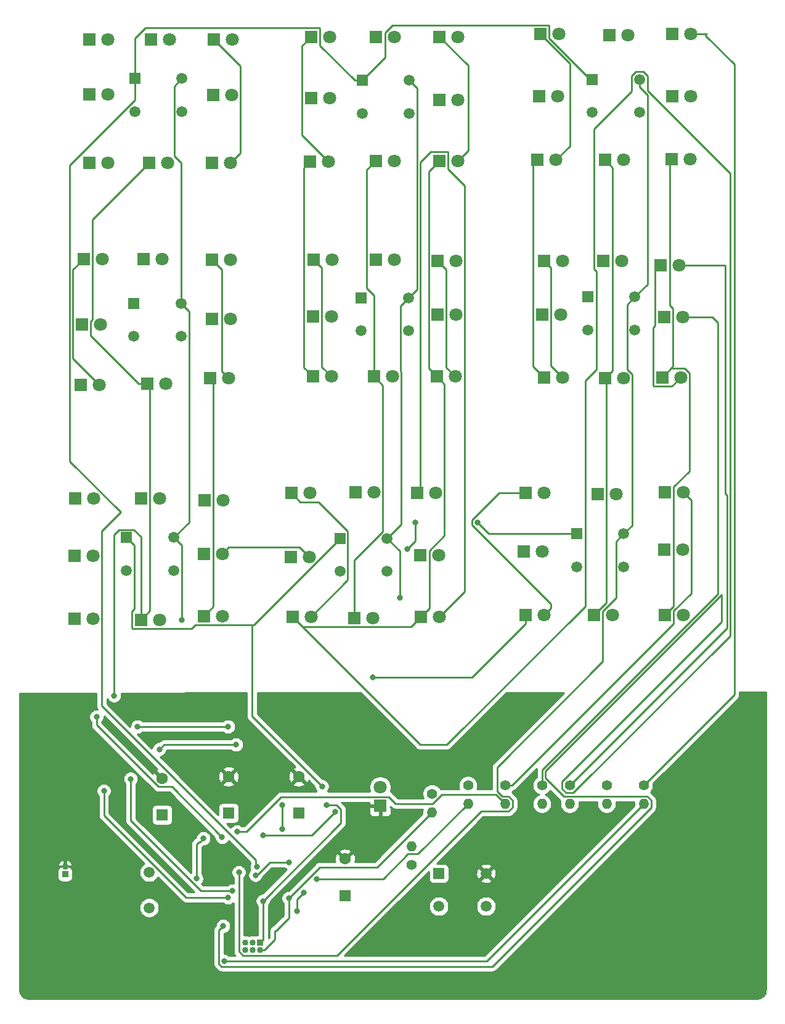
<source format=gbr>
%TF.GenerationSoftware,KiCad,Pcbnew,(5.1.7)-1*%
%TF.CreationDate,2021-01-28T11:15:27+10:00*%
%TF.ProjectId,TickTacToe,5469636b-5461-4635-946f-652e6b696361,rev?*%
%TF.SameCoordinates,Original*%
%TF.FileFunction,Copper,L2,Bot*%
%TF.FilePolarity,Positive*%
%FSLAX46Y46*%
G04 Gerber Fmt 4.6, Leading zero omitted, Abs format (unit mm)*
G04 Created by KiCad (PCBNEW (5.1.7)-1) date 2021-01-28 11:15:27*
%MOMM*%
%LPD*%
G01*
G04 APERTURE LIST*
%TA.AperFunction,ComponentPad*%
%ADD10O,0.850000X0.850000*%
%TD*%
%TA.AperFunction,ComponentPad*%
%ADD11R,0.850000X0.850000*%
%TD*%
%TA.AperFunction,ComponentPad*%
%ADD12R,1.600000X1.600000*%
%TD*%
%TA.AperFunction,ComponentPad*%
%ADD13C,1.600000*%
%TD*%
%TA.AperFunction,ComponentPad*%
%ADD14R,1.800000X1.800000*%
%TD*%
%TA.AperFunction,ComponentPad*%
%ADD15C,1.800000*%
%TD*%
%TA.AperFunction,ComponentPad*%
%ADD16O,1.400000X1.400000*%
%TD*%
%TA.AperFunction,ComponentPad*%
%ADD17C,1.400000*%
%TD*%
%TA.AperFunction,ComponentPad*%
%ADD18C,1.498000*%
%TD*%
%TA.AperFunction,ComponentPad*%
%ADD19R,1.498000X1.498000*%
%TD*%
%TA.AperFunction,ComponentPad*%
%ADD20C,1.500000*%
%TD*%
%TA.AperFunction,ViaPad*%
%ADD21C,0.800000*%
%TD*%
%TA.AperFunction,Conductor*%
%ADD22C,0.250000*%
%TD*%
%TA.AperFunction,Conductor*%
%ADD23C,0.254000*%
%TD*%
%TA.AperFunction,Conductor*%
%ADD24C,0.100000*%
%TD*%
G04 APERTURE END LIST*
D10*
%TO.P,J2,2*%
%TO.N,GND*%
X38608000Y-159782000D03*
D11*
%TO.P,J2,1*%
%TO.N,+BATT*%
X38608000Y-160782000D03*
%TD*%
D12*
%TO.P,C1,1*%
%TO.N,Net-(C1-Pad1)*%
X77089000Y-163703000D03*
D13*
%TO.P,C1,2*%
%TO.N,GND*%
X77089000Y-158703000D03*
%TD*%
%TO.P,C2,2*%
%TO.N,GND*%
X51943000Y-147654000D03*
D12*
%TO.P,C2,1*%
%TO.N,+5V*%
X51943000Y-152654000D03*
%TD*%
D13*
%TO.P,C3,2*%
%TO.N,GND*%
X61087000Y-147400000D03*
D12*
%TO.P,C3,1*%
%TO.N,+5V*%
X61087000Y-152400000D03*
%TD*%
%TO.P,C4,1*%
%TO.N,+5V*%
X70739000Y-152400000D03*
D13*
%TO.P,C4,2*%
%TO.N,GND*%
X70739000Y-147400000D03*
%TD*%
D14*
%TO.P,D1,1*%
%TO.N,GND*%
X81915000Y-151384000D03*
D15*
%TO.P,D1,2*%
%TO.N,Net-(D1-Pad2)*%
X81915000Y-148844000D03*
%TD*%
%TO.P,D2,2*%
%TO.N,X3*%
X44450000Y-46228000D03*
D14*
%TO.P,D2,1*%
%TO.N,Net-(D2-Pad1)*%
X41910000Y-46228000D03*
%TD*%
%TO.P,D3,1*%
%TO.N,Net-(D12-Pad2)*%
X41910000Y-53721000D03*
D15*
%TO.P,D3,2*%
%TO.N,C3*%
X44450000Y-53721000D03*
%TD*%
%TO.P,D4,2*%
%TO.N,Net-(D2-Pad1)*%
X44450000Y-63119000D03*
D14*
%TO.P,D4,1*%
%TO.N,D3*%
X41910000Y-63119000D03*
%TD*%
%TO.P,D5,1*%
%TO.N,Net-(D5-Pad1)*%
X41148000Y-76327000D03*
D15*
%TO.P,D5,2*%
%TO.N,X2*%
X43688000Y-76327000D03*
%TD*%
%TO.P,D6,2*%
%TO.N,C2*%
X43434000Y-85344000D03*
D14*
%TO.P,D6,1*%
%TO.N,Net-(D14-Pad2)*%
X40894000Y-85344000D03*
%TD*%
%TO.P,D7,1*%
%TO.N,D3*%
X40767000Y-93599000D03*
D15*
%TO.P,D7,2*%
%TO.N,Net-(D5-Pad1)*%
X43307000Y-93599000D03*
%TD*%
%TO.P,D8,2*%
%TO.N,X1*%
X42545000Y-109220000D03*
D14*
%TO.P,D8,1*%
%TO.N,Net-(D10-Pad2)*%
X40005000Y-109220000D03*
%TD*%
D15*
%TO.P,D9,2*%
%TO.N,C1*%
X42418000Y-117094000D03*
D14*
%TO.P,D9,1*%
%TO.N,Net-(D16-Pad2)*%
X39878000Y-117094000D03*
%TD*%
%TO.P,D10,1*%
%TO.N,D3*%
X39878000Y-125730000D03*
D15*
%TO.P,D10,2*%
%TO.N,Net-(D10-Pad2)*%
X42418000Y-125730000D03*
%TD*%
%TO.P,D11,2*%
%TO.N,C3*%
X52959000Y-46228000D03*
D14*
%TO.P,D11,1*%
%TO.N,Net-(D11-Pad1)*%
X50419000Y-46228000D03*
%TD*%
%TO.P,D12,1*%
%TO.N,D2*%
X50165000Y-63119000D03*
D15*
%TO.P,D12,2*%
%TO.N,Net-(D12-Pad2)*%
X52705000Y-63119000D03*
%TD*%
D14*
%TO.P,D13,1*%
%TO.N,Net-(D13-Pad1)*%
X49403000Y-76327000D03*
D15*
%TO.P,D13,2*%
%TO.N,C2*%
X51943000Y-76327000D03*
%TD*%
%TO.P,D14,2*%
%TO.N,Net-(D14-Pad2)*%
X52451000Y-93472000D03*
D14*
%TO.P,D14,1*%
%TO.N,D2*%
X49911000Y-93472000D03*
%TD*%
%TO.P,D15,1*%
%TO.N,Net-(D15-Pad1)*%
X49022000Y-109220000D03*
D15*
%TO.P,D15,2*%
%TO.N,C1*%
X51562000Y-109220000D03*
%TD*%
%TO.P,D16,2*%
%TO.N,Net-(D16-Pad2)*%
X51562000Y-125857000D03*
D14*
%TO.P,D16,1*%
%TO.N,D2*%
X49022000Y-125857000D03*
%TD*%
D15*
%TO.P,D17,2*%
%TO.N,X3*%
X61595000Y-46228000D03*
D14*
%TO.P,D17,1*%
%TO.N,Net-(D17-Pad1)*%
X59055000Y-46228000D03*
%TD*%
%TO.P,D18,1*%
%TO.N,Net-(D12-Pad2)*%
X58928000Y-53848000D03*
D15*
%TO.P,D18,2*%
%TO.N,C3*%
X61468000Y-53848000D03*
%TD*%
%TO.P,D19,2*%
%TO.N,Net-(D17-Pad1)*%
X61341000Y-63119000D03*
D14*
%TO.P,D19,1*%
%TO.N,D3*%
X58801000Y-63119000D03*
%TD*%
%TO.P,D20,1*%
%TO.N,Net-(D20-Pad1)*%
X58801000Y-76454000D03*
D15*
%TO.P,D20,2*%
%TO.N,X2*%
X61341000Y-76454000D03*
%TD*%
%TO.P,D21,2*%
%TO.N,C2*%
X61341000Y-84582000D03*
D14*
%TO.P,D21,1*%
%TO.N,Net-(D14-Pad2)*%
X58801000Y-84582000D03*
%TD*%
%TO.P,D22,1*%
%TO.N,D3*%
X58547000Y-92710000D03*
D15*
%TO.P,D22,2*%
%TO.N,Net-(D20-Pad1)*%
X61087000Y-92710000D03*
%TD*%
%TO.P,D23,2*%
%TO.N,X1*%
X60325000Y-109474000D03*
D14*
%TO.P,D23,1*%
%TO.N,Net-(D23-Pad1)*%
X57785000Y-109474000D03*
%TD*%
D15*
%TO.P,D24,2*%
%TO.N,C1*%
X60198000Y-116840000D03*
D14*
%TO.P,D24,1*%
%TO.N,Net-(D16-Pad2)*%
X57658000Y-116840000D03*
%TD*%
%TO.P,D25,1*%
%TO.N,D3*%
X57658000Y-125349000D03*
D15*
%TO.P,D25,2*%
%TO.N,Net-(D23-Pad1)*%
X60198000Y-125349000D03*
%TD*%
D14*
%TO.P,D26,1*%
%TO.N,Net-(D26-Pad1)*%
X69723000Y-108458000D03*
D15*
%TO.P,D26,2*%
%TO.N,X1*%
X72263000Y-108458000D03*
%TD*%
%TO.P,D27,2*%
%TO.N,C1*%
X72136000Y-117221000D03*
D14*
%TO.P,D27,1*%
%TO.N,Net-(D27-Pad1)*%
X69596000Y-117221000D03*
%TD*%
%TO.P,D28,1*%
%TO.N,D7*%
X69850000Y-125476000D03*
D15*
%TO.P,D28,2*%
%TO.N,Net-(D26-Pad1)*%
X72390000Y-125476000D03*
%TD*%
D14*
%TO.P,D29,1*%
%TO.N,Net-(D29-Pad1)*%
X72771000Y-76454000D03*
D15*
%TO.P,D29,2*%
%TO.N,X2*%
X75311000Y-76454000D03*
%TD*%
%TO.P,D30,2*%
%TO.N,C2*%
X75184000Y-84201000D03*
D14*
%TO.P,D30,1*%
%TO.N,Net-(D30-Pad1)*%
X72644000Y-84201000D03*
%TD*%
%TO.P,D31,1*%
%TO.N,D7*%
X72644000Y-92456000D03*
D15*
%TO.P,D31,2*%
%TO.N,Net-(D29-Pad1)*%
X75184000Y-92456000D03*
%TD*%
D14*
%TO.P,D32,1*%
%TO.N,Net-(D32-Pad1)*%
X72390000Y-45847000D03*
D15*
%TO.P,D32,2*%
%TO.N,X3*%
X74930000Y-45847000D03*
%TD*%
%TO.P,D33,2*%
%TO.N,C3*%
X74930000Y-54229000D03*
D14*
%TO.P,D33,1*%
%TO.N,Net-(D33-Pad1)*%
X72390000Y-54229000D03*
%TD*%
%TO.P,D34,1*%
%TO.N,D7*%
X72263000Y-62992000D03*
D15*
%TO.P,D34,2*%
%TO.N,Net-(D32-Pad1)*%
X74803000Y-62992000D03*
%TD*%
%TO.P,D35,2*%
%TO.N,C1*%
X81026000Y-108331000D03*
D14*
%TO.P,D35,1*%
%TO.N,Net-(D35-Pad1)*%
X78486000Y-108331000D03*
%TD*%
D15*
%TO.P,D36,2*%
%TO.N,Net-(D27-Pad1)*%
X80899000Y-125603000D03*
D14*
%TO.P,D36,1*%
%TO.N,D6*%
X78359000Y-125603000D03*
%TD*%
%TO.P,D37,1*%
%TO.N,Net-(D37-Pad1)*%
X81280000Y-76454000D03*
D15*
%TO.P,D37,2*%
%TO.N,C2*%
X83820000Y-76454000D03*
%TD*%
%TO.P,D38,2*%
%TO.N,Net-(D30-Pad1)*%
X83566000Y-92456000D03*
D14*
%TO.P,D38,1*%
%TO.N,D6*%
X81026000Y-92456000D03*
%TD*%
%TO.P,D39,1*%
%TO.N,Net-(D39-Pad1)*%
X81280000Y-45847000D03*
D15*
%TO.P,D39,2*%
%TO.N,C3*%
X83820000Y-45847000D03*
%TD*%
%TO.P,D40,2*%
%TO.N,Net-(D33-Pad1)*%
X83820000Y-62865000D03*
D14*
%TO.P,D40,1*%
%TO.N,D6*%
X81280000Y-62865000D03*
%TD*%
D15*
%TO.P,D41,2*%
%TO.N,X1*%
X89535000Y-108458000D03*
D14*
%TO.P,D41,1*%
%TO.N,Net-(D41-Pad1)*%
X86995000Y-108458000D03*
%TD*%
D15*
%TO.P,D42,2*%
%TO.N,C1*%
X89916000Y-116967000D03*
D14*
%TO.P,D42,1*%
%TO.N,Net-(D27-Pad1)*%
X87376000Y-116967000D03*
%TD*%
%TO.P,D43,1*%
%TO.N,D7*%
X87503000Y-125476000D03*
D15*
%TO.P,D43,2*%
%TO.N,Net-(D41-Pad1)*%
X90043000Y-125476000D03*
%TD*%
%TO.P,D44,2*%
%TO.N,X2*%
X92329000Y-76581000D03*
D14*
%TO.P,D44,1*%
%TO.N,Net-(D44-Pad1)*%
X89789000Y-76581000D03*
%TD*%
D15*
%TO.P,D45,2*%
%TO.N,C2*%
X92329000Y-83947000D03*
D14*
%TO.P,D45,1*%
%TO.N,Net-(D30-Pad1)*%
X89789000Y-83947000D03*
%TD*%
%TO.P,D46,1*%
%TO.N,D7*%
X89662000Y-92456000D03*
D15*
%TO.P,D46,2*%
%TO.N,Net-(D44-Pad1)*%
X92202000Y-92456000D03*
%TD*%
D14*
%TO.P,D47,1*%
%TO.N,Net-(D47-Pad1)*%
X90043000Y-45847000D03*
D15*
%TO.P,D47,2*%
%TO.N,X3*%
X92583000Y-45847000D03*
%TD*%
%TO.P,D48,2*%
%TO.N,C3*%
X92583000Y-54483000D03*
D14*
%TO.P,D48,1*%
%TO.N,Net-(D33-Pad1)*%
X90043000Y-54483000D03*
%TD*%
%TO.P,D49,1*%
%TO.N,D7*%
X90043000Y-62865000D03*
D15*
%TO.P,D49,2*%
%TO.N,Net-(D47-Pad1)*%
X92583000Y-62865000D03*
%TD*%
%TO.P,D50,2*%
%TO.N,X3*%
X106426000Y-45466000D03*
D14*
%TO.P,D50,1*%
%TO.N,Net-(D50-Pad1)*%
X103886000Y-45466000D03*
%TD*%
%TO.P,D51,1*%
%TO.N,Net-(D51-Pad1)*%
X103759000Y-53975000D03*
D15*
%TO.P,D51,2*%
%TO.N,C3*%
X106299000Y-53975000D03*
%TD*%
%TO.P,D52,2*%
%TO.N,Net-(D50-Pad1)*%
X106045000Y-62738000D03*
D14*
%TO.P,D52,1*%
%TO.N,D11*%
X103505000Y-62738000D03*
%TD*%
D15*
%TO.P,D53,2*%
%TO.N,X2*%
X106934000Y-76581000D03*
D14*
%TO.P,D53,1*%
%TO.N,Net-(D53-Pad1)*%
X104394000Y-76581000D03*
%TD*%
%TO.P,D54,1*%
%TO.N,Net-(D54-Pad1)*%
X104140000Y-83947000D03*
D15*
%TO.P,D54,2*%
%TO.N,C2*%
X106680000Y-83947000D03*
%TD*%
%TO.P,D55,2*%
%TO.N,Net-(D53-Pad1)*%
X106934000Y-92583000D03*
D14*
%TO.P,D55,1*%
%TO.N,D11*%
X104394000Y-92583000D03*
%TD*%
%TO.P,D56,1*%
%TO.N,Net-(D56-Pad1)*%
X101854000Y-108458000D03*
D15*
%TO.P,D56,2*%
%TO.N,X1*%
X104394000Y-108458000D03*
%TD*%
D14*
%TO.P,D57,1*%
%TO.N,Net-(D57-Pad1)*%
X101600000Y-116459000D03*
D15*
%TO.P,D57,2*%
%TO.N,C1*%
X104140000Y-116459000D03*
%TD*%
%TO.P,D58,2*%
%TO.N,Net-(D56-Pad1)*%
X104394000Y-125222000D03*
D14*
%TO.P,D58,1*%
%TO.N,D11*%
X101854000Y-125222000D03*
%TD*%
%TO.P,D59,1*%
%TO.N,Net-(D59-Pad1)*%
X113411000Y-45593000D03*
D15*
%TO.P,D59,2*%
%TO.N,C3*%
X115951000Y-45593000D03*
%TD*%
D14*
%TO.P,D60,1*%
%TO.N,D10*%
X112776000Y-62738000D03*
D15*
%TO.P,D60,2*%
%TO.N,Net-(D51-Pad1)*%
X115316000Y-62738000D03*
%TD*%
D14*
%TO.P,D61,1*%
%TO.N,Net-(D61-Pad1)*%
X112522000Y-76581000D03*
D15*
%TO.P,D61,2*%
%TO.N,C2*%
X115062000Y-76581000D03*
%TD*%
D14*
%TO.P,D62,1*%
%TO.N,D10*%
X112776000Y-92710000D03*
D15*
%TO.P,D62,2*%
%TO.N,Net-(D54-Pad1)*%
X115316000Y-92710000D03*
%TD*%
%TO.P,D63,2*%
%TO.N,C1*%
X114300000Y-108585000D03*
D14*
%TO.P,D63,1*%
%TO.N,Net-(D63-Pad1)*%
X111760000Y-108585000D03*
%TD*%
%TO.P,D64,1*%
%TO.N,D10*%
X111252000Y-125222000D03*
D15*
%TO.P,D64,2*%
%TO.N,Net-(D57-Pad1)*%
X113792000Y-125222000D03*
%TD*%
%TO.P,D65,2*%
%TO.N,X3*%
X124587000Y-45466000D03*
D14*
%TO.P,D65,1*%
%TO.N,Net-(D65-Pad1)*%
X122047000Y-45466000D03*
%TD*%
%TO.P,D66,1*%
%TO.N,Net-(D51-Pad1)*%
X122047000Y-53975000D03*
D15*
%TO.P,D66,2*%
%TO.N,C3*%
X124587000Y-53975000D03*
%TD*%
%TO.P,D67,2*%
%TO.N,Net-(D65-Pad1)*%
X124460000Y-62611000D03*
D14*
%TO.P,D67,1*%
%TO.N,D11*%
X121920000Y-62611000D03*
%TD*%
D15*
%TO.P,D68,2*%
%TO.N,X2*%
X122936000Y-77216000D03*
D14*
%TO.P,D68,1*%
%TO.N,Net-(D68-Pad1)*%
X120396000Y-77216000D03*
%TD*%
%TO.P,D69,1*%
%TO.N,Net-(D54-Pad1)*%
X120904000Y-84328000D03*
D15*
%TO.P,D69,2*%
%TO.N,C2*%
X123444000Y-84328000D03*
%TD*%
%TO.P,D70,2*%
%TO.N,Net-(D68-Pad1)*%
X123190000Y-92583000D03*
D14*
%TO.P,D70,1*%
%TO.N,D11*%
X120650000Y-92583000D03*
%TD*%
%TO.P,D71,1*%
%TO.N,Net-(D71-Pad1)*%
X121031000Y-108331000D03*
D15*
%TO.P,D71,2*%
%TO.N,X1*%
X123571000Y-108331000D03*
%TD*%
D14*
%TO.P,D72,1*%
%TO.N,Net-(D57-Pad1)*%
X120904000Y-116205000D03*
D15*
%TO.P,D72,2*%
%TO.N,C1*%
X123444000Y-116205000D03*
%TD*%
%TO.P,D73,2*%
%TO.N,Net-(D73-Pad2)*%
X123571000Y-125222000D03*
D14*
%TO.P,D73,1*%
%TO.N,D11*%
X121031000Y-125222000D03*
%TD*%
D11*
%TO.P,J1,1*%
%TO.N,D12*%
X65405000Y-170196000D03*
D10*
%TO.P,J1,2*%
%TO.N,D13*%
X65405000Y-171196000D03*
%TO.P,J1,3*%
%TO.N,RESET*%
X64405000Y-170196000D03*
%TO.P,J1,4*%
%TO.N,+5V*%
X64405000Y-171196000D03*
%TO.P,J1,5*%
%TO.N,D11*%
X63405000Y-170196000D03*
%TO.P,J1,6*%
%TO.N,GND*%
X63405000Y-171196000D03*
%TD*%
D16*
%TO.P,R1,2*%
%TO.N,D13*%
X89027000Y-152273000D03*
D17*
%TO.P,R1,1*%
%TO.N,Net-(D1-Pad2)*%
X89027000Y-149733000D03*
%TD*%
D16*
%TO.P,R2,2*%
%TO.N,+5V*%
X86233000Y-156972000D03*
D17*
%TO.P,R2,1*%
%TO.N,RESET*%
X86233000Y-159512000D03*
%TD*%
%TO.P,R3,1*%
%TO.N,X3*%
X118110000Y-148590000D03*
D16*
%TO.P,R3,2*%
%TO.N,D9*%
X118110000Y-151130000D03*
%TD*%
%TO.P,R4,2*%
%TO.N,D8*%
X113030000Y-151130000D03*
D17*
%TO.P,R4,1*%
%TO.N,C3*%
X113030000Y-148590000D03*
%TD*%
%TO.P,R5,1*%
%TO.N,X2*%
X107950000Y-148590000D03*
D16*
%TO.P,R5,2*%
%TO.N,D5*%
X107950000Y-151130000D03*
%TD*%
D17*
%TO.P,R6,1*%
%TO.N,C2*%
X104140000Y-148590000D03*
D16*
%TO.P,R6,2*%
%TO.N,D4*%
X104140000Y-151130000D03*
%TD*%
%TO.P,R7,2*%
%TO.N,D1*%
X99060000Y-151130000D03*
D17*
%TO.P,R7,1*%
%TO.N,X1*%
X99060000Y-148590000D03*
%TD*%
%TO.P,R8,1*%
%TO.N,C1*%
X93980000Y-148590000D03*
D16*
%TO.P,R8,2*%
%TO.N,D0*%
X93980000Y-151130000D03*
%TD*%
D18*
%TO.P,SW1,3*%
%TO.N,N/C*%
X89968000Y-165191000D03*
D19*
%TO.P,SW1,1*%
%TO.N,RESET*%
X89968000Y-160691000D03*
D18*
%TO.P,SW1,4*%
%TO.N,N/C*%
X96468000Y-165191000D03*
%TO.P,SW1,2*%
%TO.N,GND*%
X96468000Y-160691000D03*
%TD*%
%TO.P,SW2,3*%
%TO.N,N/C*%
X48185000Y-56098000D03*
D19*
%TO.P,SW2,1*%
%TO.N,A0*%
X48185000Y-51598000D03*
D18*
%TO.P,SW2,4*%
%TO.N,N/C*%
X54685000Y-56098000D03*
%TO.P,SW2,2*%
%TO.N,A1*%
X54685000Y-51598000D03*
%TD*%
%TO.P,SW3,3*%
%TO.N,N/C*%
X48058000Y-86959000D03*
D19*
%TO.P,SW3,1*%
%TO.N,D13*%
X48058000Y-82459000D03*
D18*
%TO.P,SW3,4*%
%TO.N,N/C*%
X54558000Y-86959000D03*
%TO.P,SW3,2*%
%TO.N,A1*%
X54558000Y-82459000D03*
%TD*%
%TO.P,SW4,2*%
%TO.N,A1*%
X53542000Y-114590000D03*
%TO.P,SW4,4*%
%TO.N,N/C*%
X53542000Y-119090000D03*
D19*
%TO.P,SW4,1*%
%TO.N,D12*%
X47042000Y-114590000D03*
D18*
%TO.P,SW4,3*%
%TO.N,N/C*%
X47042000Y-119090000D03*
%TD*%
%TO.P,SW5,2*%
%TO.N,A2*%
X85927000Y-51852000D03*
%TO.P,SW5,4*%
%TO.N,N/C*%
X85927000Y-56352000D03*
D19*
%TO.P,SW5,1*%
%TO.N,A0*%
X79427000Y-51852000D03*
D18*
%TO.P,SW5,3*%
%TO.N,N/C*%
X79427000Y-56352000D03*
%TD*%
%TO.P,SW6,2*%
%TO.N,A2*%
X85800000Y-81697000D03*
%TO.P,SW6,4*%
%TO.N,N/C*%
X85800000Y-86197000D03*
D19*
%TO.P,SW6,1*%
%TO.N,D13*%
X79300000Y-81697000D03*
D18*
%TO.P,SW6,3*%
%TO.N,N/C*%
X79300000Y-86197000D03*
%TD*%
%TO.P,SW7,2*%
%TO.N,A2*%
X82879000Y-114717000D03*
%TO.P,SW7,4*%
%TO.N,N/C*%
X82879000Y-119217000D03*
D19*
%TO.P,SW7,1*%
%TO.N,D12*%
X76379000Y-114717000D03*
D18*
%TO.P,SW7,3*%
%TO.N,N/C*%
X76379000Y-119217000D03*
%TD*%
%TO.P,SW8,2*%
%TO.N,A3*%
X117550000Y-51725000D03*
%TO.P,SW8,4*%
%TO.N,N/C*%
X117550000Y-56225000D03*
D19*
%TO.P,SW8,1*%
%TO.N,A0*%
X111050000Y-51725000D03*
D18*
%TO.P,SW8,3*%
%TO.N,N/C*%
X111050000Y-56225000D03*
%TD*%
%TO.P,SW9,3*%
%TO.N,N/C*%
X110415000Y-86070000D03*
D19*
%TO.P,SW9,1*%
%TO.N,D13*%
X110415000Y-81570000D03*
D18*
%TO.P,SW9,4*%
%TO.N,N/C*%
X116915000Y-86070000D03*
%TO.P,SW9,2*%
%TO.N,A3*%
X116915000Y-81570000D03*
%TD*%
%TO.P,SW10,3*%
%TO.N,N/C*%
X108891000Y-118582000D03*
D19*
%TO.P,SW10,1*%
%TO.N,D12*%
X108891000Y-114082000D03*
D18*
%TO.P,SW10,4*%
%TO.N,N/C*%
X115391000Y-118582000D03*
%TO.P,SW10,2*%
%TO.N,A3*%
X115391000Y-114082000D03*
%TD*%
D20*
%TO.P,Y1,1*%
%TO.N,Net-(U1-Pad7)*%
X50165000Y-160528000D03*
%TO.P,Y1,2*%
%TO.N,Net-(U1-Pad8)*%
X50165000Y-165408000D03*
%TD*%
D21*
%TO.N,GND*%
X93980000Y-156972000D03*
X86106000Y-153035000D03*
X70358000Y-161417000D03*
X45593000Y-141224000D03*
X46990000Y-138430000D03*
X67818000Y-144907000D03*
X80518000Y-144907000D03*
X98806000Y-142113000D03*
X40259000Y-143256000D03*
X43561000Y-142621000D03*
X82169000Y-168021000D03*
%TO.N,+5V*%
X56661000Y-161398000D03*
X57616999Y-155870001D03*
X70485000Y-165862000D03*
X71374000Y-163322000D03*
%TO.N,D2*%
X60192000Y-155708000D03*
X42926000Y-139192000D03*
X45339000Y-136271000D03*
%TO.N,D7*%
X60325000Y-167894000D03*
%TO.N,D6*%
X61023500Y-140525500D03*
X48577500Y-140525500D03*
X60992000Y-163989000D03*
X43942000Y-149352000D03*
%TO.N,D11*%
X80899000Y-133731000D03*
X62103000Y-143002000D03*
X61595000Y-163068000D03*
X51562000Y-143637000D03*
X47625000Y-147701000D03*
%TO.N,D12*%
X65792000Y-164471000D03*
X73914000Y-148717000D03*
X74549000Y-151257000D03*
X95250000Y-112522000D03*
X86741000Y-112522000D03*
X85661500Y-116141500D03*
%TO.N,D13*%
X69342000Y-164084000D03*
%TO.N,D9*%
X60452000Y-172720000D03*
%TO.N,D1*%
X62230000Y-154940000D03*
%TO.N,D0*%
X64770000Y-160909000D03*
X73152000Y-161417000D03*
X69342000Y-159131000D03*
%TO.N,A0*%
X64992000Y-159798000D03*
%TO.N,A1*%
X54616001Y-125863001D03*
X68453000Y-151257000D03*
X68453000Y-154559000D03*
%TO.N,A2*%
X65792000Y-155454000D03*
X75755500Y-152209500D03*
X84582000Y-122809000D03*
%TO.N,A3*%
X62484000Y-160528000D03*
%TD*%
D22*
%TO.N,GND*%
X80518000Y-144907000D02*
X96012000Y-144907000D01*
X96012000Y-144907000D02*
X98806000Y-142113000D01*
X98806000Y-142113000D02*
X98806000Y-142113000D01*
X40259000Y-143256000D02*
X42926000Y-143256000D01*
X42926000Y-143256000D02*
X43561000Y-142621000D01*
X43561000Y-142621000D02*
X43561000Y-142621000D01*
%TO.N,+5V*%
X56661000Y-161398000D02*
X56661000Y-156699000D01*
X56661000Y-156699000D02*
X57023000Y-156337000D01*
X57150000Y-156337000D02*
X57616999Y-155870001D01*
X57023000Y-156337000D02*
X57150000Y-156337000D01*
X70485000Y-165862000D02*
X70485000Y-164211000D01*
X70485000Y-164211000D02*
X71374000Y-163322000D01*
X71374000Y-163322000D02*
X71374000Y-163322000D01*
%TO.N,X3*%
X130556000Y-136144000D02*
X118110000Y-148590000D01*
X130556000Y-49624016D02*
X130556000Y-136144000D01*
X126619000Y-45687016D02*
X130556000Y-49624016D01*
X126619000Y-45466000D02*
X126619000Y-45687016D01*
X124587000Y-45466000D02*
X126619000Y-45466000D01*
X126619000Y-45466000D02*
X126746000Y-45466000D01*
%TO.N,D3*%
X58972999Y-124034001D02*
X57658000Y-125349000D01*
X58972999Y-116251999D02*
X58972999Y-124034001D01*
X59010001Y-116214997D02*
X58972999Y-116251999D01*
X59010001Y-93173001D02*
X59010001Y-116214997D01*
X58547000Y-92710000D02*
X59010001Y-93173001D01*
%TO.N,Net-(D5-Pad1)*%
X39668999Y-89960999D02*
X43307000Y-93599000D01*
X39668999Y-77806001D02*
X39668999Y-89960999D01*
X41148000Y-76327000D02*
X39668999Y-77806001D01*
%TO.N,X2*%
X122936000Y-77216000D02*
X129286000Y-77216000D01*
X129286000Y-108549998D02*
X129540000Y-108803998D01*
X129286000Y-77216000D02*
X129286000Y-108549998D01*
X129540000Y-127000000D02*
X107950000Y-148590000D01*
X129540000Y-108803998D02*
X129540000Y-127000000D01*
%TO.N,C2*%
X123444000Y-84328000D02*
X127508000Y-84328000D01*
X127508000Y-84328000D02*
X128270000Y-85090000D01*
X104140000Y-146466002D02*
X104140000Y-148590000D01*
X128270000Y-122336002D02*
X104140000Y-146466002D01*
X128270000Y-85090000D02*
X128270000Y-122336002D01*
%TO.N,X1*%
X122256001Y-124633409D02*
X122256001Y-126382001D01*
X122256001Y-126382001D02*
X100048002Y-148590000D01*
X124669001Y-109429001D02*
X124669001Y-122220409D01*
X100048002Y-148590000D02*
X99060000Y-148590000D01*
X124669001Y-122220409D02*
X122256001Y-124633409D01*
X123571000Y-108331000D02*
X124669001Y-109429001D01*
%TO.N,C1*%
X70855001Y-115940001D02*
X72136000Y-117221000D01*
X61097999Y-115940001D02*
X70855001Y-115940001D01*
X60198000Y-116840000D02*
X61097999Y-115940001D01*
%TO.N,D2*%
X48761000Y-93472000D02*
X49911000Y-93472000D01*
X42119001Y-86830001D02*
X48761000Y-93472000D01*
X42373001Y-84626999D02*
X42119001Y-84880999D01*
X42119001Y-84880999D02*
X42119001Y-86830001D01*
X42373001Y-70910999D02*
X42373001Y-84626999D01*
X50165000Y-63119000D02*
X42373001Y-70910999D01*
X50247001Y-124631999D02*
X49022000Y-125857000D01*
X50247001Y-93808001D02*
X50247001Y-124631999D01*
X49911000Y-93472000D02*
X50247001Y-93808001D01*
X51402999Y-148779001D02*
X42926000Y-140302002D01*
X53263001Y-148779001D02*
X51402999Y-148779001D01*
X60192000Y-155708000D02*
X53263001Y-148779001D01*
X42926000Y-140302002D02*
X42926000Y-139192000D01*
X42926000Y-139192000D02*
X42926000Y-139192000D01*
X48051001Y-113515999D02*
X46032999Y-113515999D01*
X46032999Y-113515999D02*
X45339000Y-114209998D01*
X49022000Y-114486998D02*
X48051001Y-113515999D01*
X49022000Y-125857000D02*
X49022000Y-114486998D01*
X45339000Y-114209998D02*
X45339000Y-136271000D01*
X45339000Y-136271000D02*
X45339000Y-136271000D01*
%TO.N,Net-(D17-Pad1)*%
X62693001Y-61766999D02*
X61341000Y-63119000D01*
X62693001Y-49866001D02*
X62693001Y-61766999D01*
X59055000Y-46228000D02*
X62693001Y-49866001D01*
%TO.N,Net-(D20-Pad1)*%
X60115999Y-91738999D02*
X61087000Y-92710000D01*
X60115999Y-77768999D02*
X60115999Y-91738999D01*
X58801000Y-76454000D02*
X60115999Y-77768999D01*
%TO.N,Net-(D26-Pad1)*%
X73428003Y-109683001D02*
X70948001Y-109683001D01*
X77453001Y-113707999D02*
X73428003Y-109683001D01*
X77453001Y-120412999D02*
X77453001Y-113707999D01*
X70948001Y-109683001D02*
X69723000Y-108458000D01*
X72390000Y-125476000D02*
X77453001Y-120412999D01*
%TO.N,D7*%
X71418999Y-91230999D02*
X72644000Y-92456000D01*
X71418999Y-63836001D02*
X71418999Y-91230999D01*
X72263000Y-62992000D02*
X71418999Y-63836001D01*
X88563999Y-64344001D02*
X88563999Y-91357999D01*
X88563999Y-91357999D02*
X89662000Y-92456000D01*
X90043000Y-62865000D02*
X88563999Y-64344001D01*
X88690999Y-124288001D02*
X87503000Y-125476000D01*
X88690999Y-116378999D02*
X88690999Y-124288001D01*
X90760001Y-114309997D02*
X88690999Y-116378999D01*
X90760001Y-93554001D02*
X90760001Y-114309997D01*
X89662000Y-92456000D02*
X90760001Y-93554001D01*
X86150999Y-126828001D02*
X71202001Y-126828001D01*
X87503000Y-125476000D02*
X86150999Y-126828001D01*
X59726999Y-173068001D02*
X59726999Y-168492001D01*
X60103999Y-173445001D02*
X59726999Y-173068001D01*
X119135001Y-151622001D02*
X97312001Y-173445001D01*
X111296999Y-77741001D02*
X111296999Y-58536481D01*
X97312001Y-173445001D02*
X60103999Y-173445001D01*
X71120000Y-126746000D02*
X87376000Y-143002000D01*
X129990009Y-128066993D02*
X108442001Y-149615001D01*
X107457999Y-149615001D02*
X106924999Y-149082001D01*
X110091999Y-93008999D02*
X111615999Y-91484999D01*
X111615999Y-78060001D02*
X111296999Y-77741001D01*
X119135001Y-150637999D02*
X119135001Y-151622001D01*
X87376000Y-143002000D02*
X91086998Y-143002000D01*
X111615999Y-91484999D02*
X111615999Y-78060001D01*
X71120000Y-126746000D02*
X69850000Y-125476000D01*
X116475999Y-51209479D02*
X117034479Y-50650999D01*
X116475999Y-53357481D02*
X116475999Y-51209479D01*
X111296999Y-58536481D02*
X116475999Y-53357481D01*
X118065521Y-50650999D02*
X118624001Y-51209479D01*
X104590010Y-146652402D02*
X104590010Y-147564999D01*
X118624001Y-51209479D02*
X118624001Y-53221835D01*
X118624001Y-53221835D02*
X129990009Y-64587843D01*
X129990009Y-64587843D02*
X129990009Y-128066993D01*
X108442001Y-149615001D02*
X107457999Y-149615001D01*
X110091999Y-123996999D02*
X110091999Y-93008999D01*
X106924999Y-149082001D02*
X106924999Y-148097999D01*
X106924999Y-148097999D02*
X128835990Y-126187008D01*
X91086998Y-143002000D02*
X110091999Y-123996999D01*
X104590010Y-147564999D02*
X107130010Y-150104999D01*
X128835990Y-126187008D02*
X128835990Y-122406422D01*
X128835990Y-122406422D02*
X104590010Y-146652402D01*
X117034479Y-50650999D02*
X118065521Y-50650999D01*
X107130010Y-150104999D02*
X118602001Y-150104999D01*
X71202001Y-126828001D02*
X71120000Y-126746000D01*
X118602001Y-150104999D02*
X119135001Y-150637999D01*
X59726999Y-168492001D02*
X60325000Y-167894000D01*
X60325000Y-167894000D02*
X60325000Y-167894000D01*
%TO.N,Net-(D29-Pad1)*%
X73869001Y-91141001D02*
X75184000Y-92456000D01*
X73869001Y-77552001D02*
X73869001Y-91141001D01*
X72771000Y-76454000D02*
X73869001Y-77552001D01*
%TO.N,Net-(D32-Pad1)*%
X71164999Y-59353999D02*
X74803000Y-62992000D01*
X71164999Y-47072001D02*
X71164999Y-59353999D01*
X72390000Y-45847000D02*
X71164999Y-47072001D01*
%TO.N,D6*%
X81026000Y-81339998D02*
X81026000Y-92456000D01*
X80054999Y-80368997D02*
X81026000Y-81339998D01*
X80054999Y-64090001D02*
X80054999Y-80368997D01*
X81280000Y-62865000D02*
X80054999Y-64090001D01*
X78359000Y-117647478D02*
X78359000Y-125603000D01*
X82251001Y-113755477D02*
X78359000Y-117647478D01*
X82251001Y-93681001D02*
X82251001Y-113755477D01*
X81026000Y-92456000D02*
X82251001Y-93681001D01*
X61023500Y-140525500D02*
X48577500Y-140525500D01*
X48577500Y-140525500D02*
X48577500Y-140525500D01*
X55217002Y-163989000D02*
X43942000Y-152713998D01*
X60992000Y-163989000D02*
X55217002Y-163989000D01*
X43942000Y-152713998D02*
X43942000Y-149352000D01*
%TO.N,Net-(D41-Pad1)*%
X87451011Y-108001989D02*
X86995000Y-108458000D01*
X87451011Y-63071987D02*
X87451011Y-108001989D01*
X88882999Y-61639999D02*
X87451011Y-63071987D01*
X91203001Y-61639999D02*
X88882999Y-61639999D01*
X91268001Y-61704999D02*
X91203001Y-61639999D01*
X91268001Y-64025001D02*
X91268001Y-61704999D01*
X93554001Y-66311001D02*
X91268001Y-64025001D01*
X93554001Y-121964999D02*
X93554001Y-66311001D01*
X90043000Y-125476000D02*
X93554001Y-121964999D01*
%TO.N,Net-(D44-Pad1)*%
X91014001Y-91268001D02*
X92202000Y-92456000D01*
X91014001Y-77806001D02*
X91014001Y-91268001D01*
X89789000Y-76581000D02*
X91014001Y-77806001D01*
%TO.N,Net-(D47-Pad1)*%
X90043000Y-45847000D02*
X93980000Y-49784000D01*
X93980000Y-61468000D02*
X92583000Y-62865000D01*
X93980000Y-49784000D02*
X93980000Y-61468000D01*
%TO.N,Net-(D50-Pad1)*%
X103886000Y-45466000D02*
X107950000Y-49530000D01*
X107950000Y-60833000D02*
X106045000Y-62738000D01*
X107950000Y-49530000D02*
X107950000Y-60833000D01*
%TO.N,D11*%
X102914999Y-91103999D02*
X104394000Y-92583000D01*
X102914999Y-63328001D02*
X102914999Y-91103999D01*
X103505000Y-62738000D02*
X102914999Y-63328001D01*
X122129001Y-91103999D02*
X120650000Y-92583000D01*
X122129001Y-83167999D02*
X122129001Y-91103999D01*
X121710999Y-82749997D02*
X122129001Y-83167999D01*
X121710999Y-62820001D02*
X121710999Y-82749997D01*
X121920000Y-62611000D02*
X121710999Y-62820001D01*
X122218999Y-114417003D02*
X122218999Y-124034001D01*
X122256001Y-114380001D02*
X122218999Y-114417003D01*
X124415001Y-105454999D02*
X122256001Y-107613999D01*
X124415001Y-91994999D02*
X124415001Y-105454999D01*
X121875001Y-91357999D02*
X123778001Y-91357999D01*
X122218999Y-124034001D02*
X121031000Y-125222000D01*
X122256001Y-107613999D02*
X122256001Y-114380001D01*
X123778001Y-91357999D02*
X124415001Y-91994999D01*
X120650000Y-92583000D02*
X121875001Y-91357999D01*
X101854000Y-126372000D02*
X94495000Y-133731000D01*
X101854000Y-125222000D02*
X101854000Y-126372000D01*
X94495000Y-133731000D02*
X80899000Y-133731000D01*
X80899000Y-133731000D02*
X80772000Y-133731000D01*
X62103000Y-143002000D02*
X52197000Y-143002000D01*
X52197000Y-143002000D02*
X51562000Y-143637000D01*
X57257998Y-163068000D02*
X47625000Y-153435002D01*
X61595000Y-163068000D02*
X57257998Y-163068000D01*
X47625000Y-153435002D02*
X47625000Y-147701000D01*
X51562000Y-143637000D02*
X51435000Y-143764000D01*
X47625000Y-147701000D02*
X47625000Y-147701000D01*
%TO.N,Net-(D53-Pad1)*%
X105365001Y-91014001D02*
X106934000Y-92583000D01*
X105365001Y-77552001D02*
X105365001Y-91014001D01*
X104394000Y-76581000D02*
X105365001Y-77552001D01*
%TO.N,Net-(D56-Pad1)*%
X105365001Y-124250999D02*
X104394000Y-125222000D01*
X105365001Y-123710003D02*
X105365001Y-124250999D01*
X94524999Y-112173999D02*
X94524999Y-112870001D01*
X94524999Y-112870001D02*
X105365001Y-123710003D01*
X98240998Y-108458000D02*
X94524999Y-112173999D01*
X101854000Y-108458000D02*
X98240998Y-108458000D01*
%TO.N,D10*%
X113836999Y-91649001D02*
X112776000Y-92710000D01*
X113836999Y-63798999D02*
X113836999Y-91649001D01*
X112776000Y-62738000D02*
X113836999Y-63798999D01*
X112985001Y-123488999D02*
X111252000Y-125222000D01*
X112985001Y-92919001D02*
X112985001Y-123488999D01*
X112776000Y-92710000D02*
X112985001Y-92919001D01*
%TO.N,Net-(D68-Pad1)*%
X119489999Y-93808001D02*
X121964999Y-93808001D01*
X119424999Y-93743001D02*
X119489999Y-93808001D01*
X119424999Y-85742001D02*
X119424999Y-93743001D01*
X119678999Y-85488001D02*
X119424999Y-85742001D01*
X121964999Y-93808001D02*
X123190000Y-92583000D01*
X119678999Y-77933001D02*
X119678999Y-85488001D01*
X120396000Y-77216000D02*
X119678999Y-77933001D01*
%TO.N,D12*%
X48116001Y-115664001D02*
X47042000Y-114590000D01*
X48116001Y-124377997D02*
X48116001Y-115664001D01*
X47796999Y-124696999D02*
X48116001Y-124377997D01*
X47796999Y-127017001D02*
X47796999Y-124696999D01*
X47861999Y-127082001D02*
X47796999Y-127017001D01*
X55989999Y-127082001D02*
X47861999Y-127082001D01*
X56497999Y-126574001D02*
X55989999Y-127082001D01*
X76379000Y-114717000D02*
X64521999Y-126574001D01*
X65792000Y-169809000D02*
X65405000Y-170196000D01*
X65792000Y-164471000D02*
X65792000Y-169809000D01*
X64306999Y-126574001D02*
X64306999Y-139109999D01*
X64306999Y-139109999D02*
X73914000Y-148717000D01*
X64521999Y-126574001D02*
X64306999Y-126574001D01*
X64306999Y-126574001D02*
X56497999Y-126574001D01*
X76480501Y-153782499D02*
X65792000Y-164471000D01*
X76480501Y-151861499D02*
X76480501Y-153782499D01*
X75876002Y-151257000D02*
X76480501Y-151861499D01*
X74549000Y-151257000D02*
X75876002Y-151257000D01*
X108891000Y-114082000D02*
X96810000Y-114082000D01*
X96810000Y-114082000D02*
X95250000Y-112522000D01*
X95250000Y-112522000D02*
X95123000Y-112395000D01*
X86741000Y-112522000D02*
X86741000Y-115062000D01*
X86741000Y-115062000D02*
X85661500Y-116141500D01*
X85661500Y-116141500D02*
X85598000Y-116205000D01*
%TO.N,D13*%
X66006040Y-171196000D02*
X67437000Y-169765040D01*
X65405000Y-171196000D02*
X66006040Y-171196000D01*
X67437000Y-169765040D02*
X67437000Y-168529000D01*
X67437000Y-168529000D02*
X67564000Y-168529000D01*
X67564000Y-168529000D02*
X69342000Y-166751000D01*
X69342000Y-166751000D02*
X69342000Y-164465000D01*
X69342000Y-164465000D02*
X69342000Y-164084000D01*
X69342000Y-164084000D02*
X69342000Y-164084000D01*
X73597999Y-159828001D02*
X69342000Y-164084000D01*
X81471999Y-159828001D02*
X73597999Y-159828001D01*
X89027000Y-152273000D02*
X81471999Y-159828001D01*
%TO.N,D9*%
X60452000Y-172720000D02*
X60325000Y-172720000D01*
X83820000Y-172720000D02*
X96520000Y-172720000D01*
X84028522Y-172720000D02*
X83820000Y-172720000D01*
X83820000Y-172720000D02*
X60452000Y-172720000D01*
X96520000Y-172720000D02*
X118110000Y-151130000D01*
%TO.N,D1*%
X89147002Y-151130000D02*
X84046002Y-151130000D01*
X84046002Y-151130000D02*
X83075001Y-150158999D01*
X90417002Y-149860000D02*
X89147002Y-151130000D01*
X83075001Y-150158999D02*
X68281001Y-150158999D01*
X97790000Y-149860000D02*
X90417002Y-149860000D01*
X99060000Y-151130000D02*
X97790000Y-149860000D01*
X68281001Y-150158999D02*
X63500000Y-154940000D01*
X63500000Y-154940000D02*
X62230000Y-154940000D01*
X62230000Y-154940000D02*
X62230000Y-154940000D01*
%TO.N,D0*%
X85740999Y-157997001D02*
X82321000Y-161417000D01*
X87112999Y-157997001D02*
X85740999Y-157997001D01*
X93980000Y-151130000D02*
X87112999Y-157997001D01*
X82321000Y-161417000D02*
X73152000Y-161417000D01*
X73152000Y-161417000D02*
X73025000Y-161417000D01*
X64954002Y-160909000D02*
X64770000Y-160909000D01*
X66732002Y-159131000D02*
X64954002Y-160909000D01*
X68453000Y-159131000D02*
X66732002Y-159131000D01*
X69342000Y-159131000D02*
X68453000Y-159131000D01*
X68453000Y-159131000D02*
X67183000Y-159131000D01*
%TO.N,A0*%
X82594999Y-48684001D02*
X79427000Y-51852000D01*
X82594999Y-45258999D02*
X82594999Y-48684001D01*
X105046001Y-44240999D02*
X83612999Y-44240999D01*
X105111001Y-46054591D02*
X105111001Y-44305999D01*
X105111001Y-44305999D02*
X105046001Y-44240999D01*
X110781410Y-51725000D02*
X105111001Y-46054591D01*
X83612999Y-44240999D02*
X82594999Y-45258999D01*
X111050000Y-51725000D02*
X110781410Y-51725000D01*
X48185000Y-46076998D02*
X48185000Y-51598000D01*
X49639999Y-44621999D02*
X48185000Y-46076998D01*
X73550001Y-44621999D02*
X49639999Y-44621999D01*
X73615001Y-44686999D02*
X73550001Y-44621999D01*
X73615001Y-47039001D02*
X73615001Y-44686999D01*
X78428000Y-51852000D02*
X73615001Y-47039001D01*
X79427000Y-51852000D02*
X78428000Y-51852000D01*
X64770000Y-159576000D02*
X64992000Y-159798000D01*
X64770000Y-158815998D02*
X64770000Y-159576000D01*
X43651001Y-137696999D02*
X64770000Y-158815998D01*
X43651001Y-113685988D02*
X43651001Y-137696999D01*
X46228000Y-111108989D02*
X43651001Y-113685988D01*
X39218989Y-104099978D02*
X46228000Y-111108989D01*
X39218989Y-63474489D02*
X39218989Y-104099978D01*
X48185000Y-54508478D02*
X39218989Y-63474489D01*
X48185000Y-51598000D02*
X48185000Y-54508478D01*
%TO.N,A1*%
X54558000Y-63158998D02*
X54558000Y-82459000D01*
X53610999Y-62211997D02*
X54558000Y-63158998D01*
X53610999Y-52672001D02*
X53610999Y-62211997D01*
X54685000Y-51598000D02*
X53610999Y-52672001D01*
X55632001Y-112499999D02*
X53542000Y-114590000D01*
X55632001Y-83533001D02*
X55632001Y-112499999D01*
X54558000Y-82459000D02*
X55632001Y-83533001D01*
X54616001Y-115664001D02*
X54616001Y-125863001D01*
X53542000Y-114590000D02*
X54616001Y-115664001D01*
X54616001Y-125863001D02*
X54616001Y-125863001D01*
X68453000Y-151257000D02*
X68453000Y-154559000D01*
X68453000Y-154559000D02*
X68453000Y-154559000D01*
%TO.N,A2*%
X87001001Y-80495999D02*
X85800000Y-81697000D01*
X87001001Y-52926001D02*
X87001001Y-80495999D01*
X85927000Y-51852000D02*
X87001001Y-52926001D01*
X84791001Y-112804999D02*
X82879000Y-114717000D01*
X84791001Y-91867999D02*
X84791001Y-112804999D01*
X84725999Y-82771001D02*
X84725999Y-91802997D01*
X84725999Y-91802997D02*
X84791001Y-91867999D01*
X85800000Y-81697000D02*
X84725999Y-82771001D01*
X65792000Y-155454000D02*
X72511000Y-155454000D01*
X72511000Y-155454000D02*
X75755500Y-152209500D01*
X75755500Y-152209500D02*
X75819000Y-152146000D01*
X84582000Y-116420000D02*
X82879000Y-114717000D01*
X84582000Y-122809000D02*
X84582000Y-116420000D01*
%TO.N,A3*%
X118624001Y-53858246D02*
X118624001Y-79860999D01*
X118624001Y-79860999D02*
X116915000Y-81570000D01*
X117550000Y-52784245D02*
X118624001Y-53858246D01*
X117550000Y-51725000D02*
X117550000Y-52784245D01*
X116541001Y-112931999D02*
X115391000Y-114082000D01*
X115840999Y-91484999D02*
X116541001Y-92185001D01*
X115840999Y-82644001D02*
X115840999Y-91484999D01*
X116541001Y-92185001D02*
X116541001Y-112931999D01*
X116915000Y-81570000D02*
X115840999Y-82644001D01*
X75967609Y-171946001D02*
X63044999Y-171946001D01*
X114316999Y-115156001D02*
X114316999Y-122883999D01*
X114316999Y-122883999D02*
X112477001Y-124723997D01*
X115391000Y-114082000D02*
X114316999Y-115156001D01*
X100085001Y-150637999D02*
X100085001Y-151622001D01*
X112477001Y-124723997D02*
X112477001Y-131610001D01*
X112477001Y-131610001D02*
X97976401Y-146110601D01*
X99552001Y-152155001D02*
X95758609Y-152155001D01*
X97976401Y-146110601D02*
X97976401Y-149409991D01*
X97976401Y-149409991D02*
X98671409Y-150104999D01*
X95758609Y-152155001D02*
X75967609Y-171946001D01*
X63044999Y-171946001D02*
X62484000Y-171385002D01*
X98671409Y-150104999D02*
X99552001Y-150104999D01*
X99552001Y-150104999D02*
X100085001Y-150637999D01*
X100085001Y-151622001D02*
X99552001Y-152155001D01*
X62484000Y-171385002D02*
X62484000Y-160528000D01*
X62484000Y-160528000D02*
X62484000Y-160528000D01*
%TD*%
D23*
%TO.N,GND*%
X134902000Y-176585886D02*
X134870400Y-176886563D01*
X134788947Y-177137287D01*
X134657100Y-177365608D01*
X134480793Y-177561455D01*
X134267521Y-177716350D01*
X134026630Y-177823615D01*
X133768783Y-177878400D01*
X33505217Y-177878400D01*
X33247369Y-177823615D01*
X33006483Y-177716352D01*
X32793205Y-177561453D01*
X32616901Y-177365609D01*
X32485054Y-177137289D01*
X32403600Y-176886563D01*
X32372000Y-176585886D01*
X32372000Y-165271589D01*
X48780000Y-165271589D01*
X48780000Y-165544411D01*
X48833225Y-165811989D01*
X48937629Y-166064043D01*
X49089201Y-166290886D01*
X49282114Y-166483799D01*
X49508957Y-166635371D01*
X49761011Y-166739775D01*
X50028589Y-166793000D01*
X50301411Y-166793000D01*
X50568989Y-166739775D01*
X50821043Y-166635371D01*
X51047886Y-166483799D01*
X51240799Y-166290886D01*
X51392371Y-166064043D01*
X51496775Y-165811989D01*
X51550000Y-165544411D01*
X51550000Y-165271589D01*
X51496775Y-165004011D01*
X51392371Y-164751957D01*
X51240799Y-164525114D01*
X51047886Y-164332201D01*
X50821043Y-164180629D01*
X50568989Y-164076225D01*
X50301411Y-164023000D01*
X50028589Y-164023000D01*
X49761011Y-164076225D01*
X49508957Y-164180629D01*
X49282114Y-164332201D01*
X49089201Y-164525114D01*
X48937629Y-164751957D01*
X48833225Y-165004011D01*
X48780000Y-165271589D01*
X32372000Y-165271589D01*
X32372000Y-160357000D01*
X37544928Y-160357000D01*
X37544928Y-161207000D01*
X37557188Y-161331482D01*
X37593498Y-161451180D01*
X37652463Y-161561494D01*
X37731815Y-161658185D01*
X37828506Y-161737537D01*
X37938820Y-161796502D01*
X38058518Y-161832812D01*
X38183000Y-161845072D01*
X39033000Y-161845072D01*
X39157482Y-161832812D01*
X39277180Y-161796502D01*
X39387494Y-161737537D01*
X39484185Y-161658185D01*
X39563537Y-161561494D01*
X39622502Y-161451180D01*
X39658812Y-161331482D01*
X39671072Y-161207000D01*
X39671072Y-160357000D01*
X39658812Y-160232518D01*
X39622502Y-160112820D01*
X39617832Y-160104083D01*
X39627540Y-160072062D01*
X39500257Y-159909000D01*
X39486799Y-159909000D01*
X39484185Y-159905815D01*
X39387494Y-159826463D01*
X39277180Y-159767498D01*
X39157482Y-159731188D01*
X39033000Y-159718928D01*
X38183000Y-159718928D01*
X38058518Y-159731188D01*
X37938820Y-159767498D01*
X37828506Y-159826463D01*
X37731815Y-159905815D01*
X37729201Y-159909000D01*
X37715743Y-159909000D01*
X37588460Y-160072062D01*
X37598168Y-160104083D01*
X37593498Y-160112820D01*
X37557188Y-160232518D01*
X37544928Y-160357000D01*
X32372000Y-160357000D01*
X32372000Y-159491938D01*
X37588460Y-159491938D01*
X37715743Y-159655000D01*
X38481000Y-159655000D01*
X38481000Y-158888379D01*
X38735000Y-158888379D01*
X38735000Y-159655000D01*
X39500257Y-159655000D01*
X39627540Y-159491938D01*
X39616872Y-159456750D01*
X39534034Y-159266178D01*
X39415609Y-159095429D01*
X39266148Y-158951064D01*
X39091394Y-158838632D01*
X38898064Y-158762453D01*
X38735000Y-158888379D01*
X38481000Y-158888379D01*
X38317936Y-158762453D01*
X38124606Y-158838632D01*
X37949852Y-158951064D01*
X37800391Y-159095429D01*
X37681966Y-159266178D01*
X37599128Y-159456750D01*
X37588460Y-159491938D01*
X32372000Y-159491938D01*
X32372000Y-135952442D01*
X42891002Y-135939738D01*
X42891002Y-137659666D01*
X42887325Y-137696999D01*
X42901999Y-137845984D01*
X42945455Y-137989245D01*
X43016027Y-138121275D01*
X43048742Y-138161138D01*
X43027939Y-138157000D01*
X42824061Y-138157000D01*
X42624102Y-138196774D01*
X42435744Y-138274795D01*
X42266226Y-138388063D01*
X42122063Y-138532226D01*
X42008795Y-138701744D01*
X41930774Y-138890102D01*
X41891000Y-139090061D01*
X41891000Y-139293939D01*
X41930774Y-139493898D01*
X42008795Y-139682256D01*
X42122063Y-139851774D01*
X42166000Y-139895711D01*
X42166000Y-140264679D01*
X42162324Y-140302002D01*
X42166000Y-140339324D01*
X42166000Y-140339334D01*
X42176997Y-140450987D01*
X42199600Y-140525500D01*
X42220454Y-140594248D01*
X42291026Y-140726278D01*
X42330871Y-140774828D01*
X42385999Y-140842003D01*
X42415003Y-140865806D01*
X50839199Y-149290003D01*
X50862998Y-149319002D01*
X50891996Y-149342800D01*
X50978722Y-149413975D01*
X51103510Y-149480676D01*
X51110752Y-149484547D01*
X51254013Y-149528004D01*
X51365666Y-149539001D01*
X51365676Y-149539001D01*
X51402999Y-149542677D01*
X51440322Y-149539001D01*
X52948200Y-149539001D01*
X59157000Y-155747802D01*
X59157000Y-155809939D01*
X59196774Y-156009898D01*
X59274795Y-156198256D01*
X59388063Y-156367774D01*
X59532226Y-156511937D01*
X59701744Y-156625205D01*
X59890102Y-156703226D01*
X60090061Y-156743000D01*
X60293939Y-156743000D01*
X60493898Y-156703226D01*
X60682256Y-156625205D01*
X60851774Y-156511937D01*
X60995937Y-156367774D01*
X61096488Y-156217288D01*
X64010000Y-159130800D01*
X64010000Y-159464172D01*
X63996774Y-159496102D01*
X63957000Y-159696061D01*
X63957000Y-159899939D01*
X63996774Y-160099898D01*
X64031516Y-160183773D01*
X63966063Y-160249226D01*
X63852795Y-160418744D01*
X63774774Y-160607102D01*
X63735000Y-160807061D01*
X63735000Y-161010939D01*
X63774774Y-161210898D01*
X63852795Y-161399256D01*
X63966063Y-161568774D01*
X64110226Y-161712937D01*
X64279744Y-161826205D01*
X64468102Y-161904226D01*
X64668061Y-161944000D01*
X64871939Y-161944000D01*
X65071898Y-161904226D01*
X65260256Y-161826205D01*
X65429774Y-161712937D01*
X65573937Y-161568774D01*
X65687205Y-161399256D01*
X65765226Y-161210898D01*
X65774741Y-161163062D01*
X67046804Y-159891000D01*
X68638289Y-159891000D01*
X68682226Y-159934937D01*
X68851744Y-160048205D01*
X69040102Y-160126226D01*
X69058344Y-160129855D01*
X65752199Y-163436000D01*
X65690061Y-163436000D01*
X65490102Y-163475774D01*
X65301744Y-163553795D01*
X65132226Y-163667063D01*
X64988063Y-163811226D01*
X64874795Y-163980744D01*
X64796774Y-164169102D01*
X64757000Y-164369061D01*
X64757000Y-164572939D01*
X64796774Y-164772898D01*
X64874795Y-164961256D01*
X64988063Y-165130774D01*
X65032000Y-165174711D01*
X65032001Y-169132928D01*
X64980000Y-169132928D01*
X64855518Y-169145188D01*
X64735820Y-169181498D01*
X64731397Y-169183862D01*
X64714191Y-169176735D01*
X64509401Y-169136000D01*
X64300599Y-169136000D01*
X64095809Y-169176735D01*
X63905000Y-169255771D01*
X63714191Y-169176735D01*
X63509401Y-169136000D01*
X63300599Y-169136000D01*
X63244000Y-169147258D01*
X63244000Y-161231711D01*
X63287937Y-161187774D01*
X63401205Y-161018256D01*
X63479226Y-160829898D01*
X63519000Y-160629939D01*
X63519000Y-160426061D01*
X63479226Y-160226102D01*
X63401205Y-160037744D01*
X63287937Y-159868226D01*
X63143774Y-159724063D01*
X62974256Y-159610795D01*
X62785898Y-159532774D01*
X62585939Y-159493000D01*
X62382061Y-159493000D01*
X62182102Y-159532774D01*
X61993744Y-159610795D01*
X61824226Y-159724063D01*
X61680063Y-159868226D01*
X61566795Y-160037744D01*
X61488774Y-160226102D01*
X61449000Y-160426061D01*
X61449000Y-160629939D01*
X61488774Y-160829898D01*
X61566795Y-161018256D01*
X61680063Y-161187774D01*
X61724001Y-161231712D01*
X61724001Y-162038383D01*
X61696939Y-162033000D01*
X61493061Y-162033000D01*
X61293102Y-162072774D01*
X61104744Y-162150795D01*
X60935226Y-162264063D01*
X60891289Y-162308000D01*
X57572801Y-162308000D01*
X57393756Y-162128955D01*
X57464937Y-162057774D01*
X57578205Y-161888256D01*
X57656226Y-161699898D01*
X57696000Y-161499939D01*
X57696000Y-161296061D01*
X57656226Y-161096102D01*
X57578205Y-160907744D01*
X57464937Y-160738226D01*
X57421000Y-160694289D01*
X57421000Y-157048991D01*
X57442247Y-157042546D01*
X57574276Y-156971974D01*
X57655883Y-156905001D01*
X57718938Y-156905001D01*
X57918897Y-156865227D01*
X58107255Y-156787206D01*
X58276773Y-156673938D01*
X58420936Y-156529775D01*
X58534204Y-156360257D01*
X58612225Y-156171899D01*
X58651999Y-155971940D01*
X58651999Y-155768062D01*
X58612225Y-155568103D01*
X58534204Y-155379745D01*
X58420936Y-155210227D01*
X58276773Y-155066064D01*
X58107255Y-154952796D01*
X57918897Y-154874775D01*
X57718938Y-154835001D01*
X57515060Y-154835001D01*
X57315101Y-154874775D01*
X57126743Y-154952796D01*
X56957225Y-155066064D01*
X56813062Y-155210227D01*
X56699794Y-155379745D01*
X56621773Y-155568103D01*
X56594434Y-155705547D01*
X56482999Y-155796999D01*
X56459196Y-155826003D01*
X56149998Y-156135201D01*
X56121000Y-156158999D01*
X56097202Y-156187997D01*
X56097201Y-156187998D01*
X56026026Y-156274724D01*
X55955454Y-156406754D01*
X55911998Y-156550015D01*
X55897324Y-156699000D01*
X55901001Y-156736332D01*
X55901000Y-160636200D01*
X48385000Y-153120201D01*
X48385000Y-151854000D01*
X50504928Y-151854000D01*
X50504928Y-153454000D01*
X50517188Y-153578482D01*
X50553498Y-153698180D01*
X50612463Y-153808494D01*
X50691815Y-153905185D01*
X50788506Y-153984537D01*
X50898820Y-154043502D01*
X51018518Y-154079812D01*
X51143000Y-154092072D01*
X52743000Y-154092072D01*
X52867482Y-154079812D01*
X52987180Y-154043502D01*
X53097494Y-153984537D01*
X53194185Y-153905185D01*
X53273537Y-153808494D01*
X53332502Y-153698180D01*
X53368812Y-153578482D01*
X53381072Y-153454000D01*
X53381072Y-151854000D01*
X53368812Y-151729518D01*
X53332502Y-151609820D01*
X53273537Y-151499506D01*
X53194185Y-151402815D01*
X53097494Y-151323463D01*
X52987180Y-151264498D01*
X52867482Y-151228188D01*
X52743000Y-151215928D01*
X51143000Y-151215928D01*
X51018518Y-151228188D01*
X50898820Y-151264498D01*
X50788506Y-151323463D01*
X50691815Y-151402815D01*
X50612463Y-151499506D01*
X50553498Y-151609820D01*
X50517188Y-151729518D01*
X50504928Y-151854000D01*
X48385000Y-151854000D01*
X48385000Y-148404711D01*
X48428937Y-148360774D01*
X48542205Y-148191256D01*
X48620226Y-148002898D01*
X48660000Y-147802939D01*
X48660000Y-147599061D01*
X48620226Y-147399102D01*
X48542205Y-147210744D01*
X48428937Y-147041226D01*
X48284774Y-146897063D01*
X48115256Y-146783795D01*
X47926898Y-146705774D01*
X47726939Y-146666000D01*
X47523061Y-146666000D01*
X47323102Y-146705774D01*
X47134744Y-146783795D01*
X46965226Y-146897063D01*
X46821063Y-147041226D01*
X46707795Y-147210744D01*
X46629774Y-147399102D01*
X46590000Y-147599061D01*
X46590000Y-147802939D01*
X46629774Y-148002898D01*
X46707795Y-148191256D01*
X46821063Y-148360774D01*
X46865001Y-148404712D01*
X46865000Y-153397679D01*
X46861324Y-153435002D01*
X46865000Y-153472324D01*
X46865000Y-153472334D01*
X46875997Y-153583987D01*
X46919454Y-153727248D01*
X46990026Y-153859278D01*
X47022811Y-153899226D01*
X47084999Y-153975003D01*
X47114003Y-153998806D01*
X56344195Y-163229000D01*
X55531804Y-163229000D01*
X44702000Y-152399197D01*
X44702000Y-150055711D01*
X44745937Y-150011774D01*
X44859205Y-149842256D01*
X44937226Y-149653898D01*
X44977000Y-149453939D01*
X44977000Y-149250061D01*
X44937226Y-149050102D01*
X44859205Y-148861744D01*
X44745937Y-148692226D01*
X44601774Y-148548063D01*
X44432256Y-148434795D01*
X44243898Y-148356774D01*
X44043939Y-148317000D01*
X43840061Y-148317000D01*
X43640102Y-148356774D01*
X43451744Y-148434795D01*
X43282226Y-148548063D01*
X43138063Y-148692226D01*
X43024795Y-148861744D01*
X42946774Y-149050102D01*
X42907000Y-149250061D01*
X42907000Y-149453939D01*
X42946774Y-149653898D01*
X43024795Y-149842256D01*
X43138063Y-150011774D01*
X43182001Y-150055712D01*
X43182000Y-152676675D01*
X43178324Y-152713998D01*
X43182000Y-152751320D01*
X43182000Y-152751330D01*
X43192997Y-152862983D01*
X43221972Y-152958502D01*
X43236454Y-153006244D01*
X43307026Y-153138274D01*
X43346871Y-153186824D01*
X43401999Y-153253999D01*
X43431003Y-153277802D01*
X49475910Y-159322710D01*
X49282114Y-159452201D01*
X49089201Y-159645114D01*
X48937629Y-159871957D01*
X48833225Y-160124011D01*
X48780000Y-160391589D01*
X48780000Y-160664411D01*
X48833225Y-160931989D01*
X48937629Y-161184043D01*
X49089201Y-161410886D01*
X49282114Y-161603799D01*
X49508957Y-161755371D01*
X49761011Y-161859775D01*
X50028589Y-161913000D01*
X50301411Y-161913000D01*
X50568989Y-161859775D01*
X50821043Y-161755371D01*
X51047886Y-161603799D01*
X51240799Y-161410886D01*
X51370290Y-161217090D01*
X54653203Y-164500003D01*
X54677001Y-164529001D01*
X54792726Y-164623974D01*
X54924755Y-164694546D01*
X55068016Y-164738003D01*
X55179669Y-164749000D01*
X55179677Y-164749000D01*
X55217002Y-164752676D01*
X55254327Y-164749000D01*
X60288289Y-164749000D01*
X60332226Y-164792937D01*
X60501744Y-164906205D01*
X60690102Y-164984226D01*
X60890061Y-165024000D01*
X61093939Y-165024000D01*
X61293898Y-164984226D01*
X61482256Y-164906205D01*
X61651774Y-164792937D01*
X61724001Y-164720710D01*
X61724000Y-171347680D01*
X61720324Y-171385002D01*
X61724000Y-171422324D01*
X61724000Y-171422334D01*
X61734997Y-171533987D01*
X61761172Y-171620276D01*
X61778454Y-171677248D01*
X61849026Y-171809278D01*
X61866832Y-171830974D01*
X61943999Y-171925003D01*
X61973002Y-171948805D01*
X61984197Y-171960000D01*
X61155711Y-171960000D01*
X61111774Y-171916063D01*
X60942256Y-171802795D01*
X60753898Y-171724774D01*
X60553939Y-171685000D01*
X60486999Y-171685000D01*
X60486999Y-168917053D01*
X60626898Y-168889226D01*
X60815256Y-168811205D01*
X60984774Y-168697937D01*
X61128937Y-168553774D01*
X61242205Y-168384256D01*
X61320226Y-168195898D01*
X61360000Y-167995939D01*
X61360000Y-167792061D01*
X61320226Y-167592102D01*
X61242205Y-167403744D01*
X61128937Y-167234226D01*
X60984774Y-167090063D01*
X60815256Y-166976795D01*
X60626898Y-166898774D01*
X60426939Y-166859000D01*
X60223061Y-166859000D01*
X60023102Y-166898774D01*
X59834744Y-166976795D01*
X59665226Y-167090063D01*
X59521063Y-167234226D01*
X59407795Y-167403744D01*
X59329774Y-167592102D01*
X59290000Y-167792061D01*
X59290000Y-167854199D01*
X59215997Y-167928202D01*
X59186999Y-167952000D01*
X59163201Y-167980998D01*
X59163200Y-167980999D01*
X59092025Y-168067725D01*
X59021453Y-168199755D01*
X58977997Y-168343016D01*
X58963323Y-168492001D01*
X58967000Y-168529333D01*
X58966999Y-173030678D01*
X58963323Y-173068001D01*
X58966999Y-173105323D01*
X58966999Y-173105333D01*
X58977996Y-173216986D01*
X59021453Y-173360247D01*
X59092025Y-173492277D01*
X59118008Y-173523937D01*
X59186998Y-173608002D01*
X59216002Y-173631805D01*
X59540195Y-173955998D01*
X59563998Y-173985002D01*
X59679723Y-174079975D01*
X59811752Y-174150547D01*
X59955013Y-174194004D01*
X60103999Y-174208678D01*
X60141332Y-174205001D01*
X97274679Y-174205001D01*
X97312001Y-174208677D01*
X97349323Y-174205001D01*
X97349334Y-174205001D01*
X97460987Y-174194004D01*
X97604248Y-174150547D01*
X97736277Y-174079975D01*
X97852002Y-173985002D01*
X97875805Y-173955998D01*
X119646004Y-152185800D01*
X119675002Y-152162002D01*
X119769975Y-152046277D01*
X119840547Y-151914248D01*
X119884004Y-151770987D01*
X119895001Y-151659334D01*
X119898678Y-151622001D01*
X119895001Y-151584668D01*
X119895001Y-150675322D01*
X119898677Y-150637999D01*
X119895001Y-150600676D01*
X119895001Y-150600666D01*
X119884004Y-150489013D01*
X119840547Y-150345752D01*
X119769975Y-150213723D01*
X119675002Y-150097998D01*
X119646004Y-150074201D01*
X119165804Y-149594001D01*
X119142002Y-149564998D01*
X119076628Y-149511347D01*
X119146962Y-149441013D01*
X119293061Y-149222359D01*
X119393696Y-148979405D01*
X119445000Y-148721486D01*
X119445000Y-148458514D01*
X119423645Y-148351156D01*
X131067003Y-136707799D01*
X131096001Y-136684001D01*
X131122332Y-136651917D01*
X131190974Y-136568277D01*
X131261546Y-136436247D01*
X131266479Y-136419986D01*
X131305003Y-136292986D01*
X131316000Y-136181333D01*
X131316000Y-136181323D01*
X131319676Y-136144000D01*
X131316000Y-136106678D01*
X131316000Y-135832945D01*
X134902000Y-135828614D01*
X134902000Y-176585886D01*
%TA.AperFunction,Conductor*%
D24*
G36*
X134902000Y-176585886D02*
G01*
X134870400Y-176886563D01*
X134788947Y-177137287D01*
X134657100Y-177365608D01*
X134480793Y-177561455D01*
X134267521Y-177716350D01*
X134026630Y-177823615D01*
X133768783Y-177878400D01*
X33505217Y-177878400D01*
X33247369Y-177823615D01*
X33006483Y-177716352D01*
X32793205Y-177561453D01*
X32616901Y-177365609D01*
X32485054Y-177137289D01*
X32403600Y-176886563D01*
X32372000Y-176585886D01*
X32372000Y-165271589D01*
X48780000Y-165271589D01*
X48780000Y-165544411D01*
X48833225Y-165811989D01*
X48937629Y-166064043D01*
X49089201Y-166290886D01*
X49282114Y-166483799D01*
X49508957Y-166635371D01*
X49761011Y-166739775D01*
X50028589Y-166793000D01*
X50301411Y-166793000D01*
X50568989Y-166739775D01*
X50821043Y-166635371D01*
X51047886Y-166483799D01*
X51240799Y-166290886D01*
X51392371Y-166064043D01*
X51496775Y-165811989D01*
X51550000Y-165544411D01*
X51550000Y-165271589D01*
X51496775Y-165004011D01*
X51392371Y-164751957D01*
X51240799Y-164525114D01*
X51047886Y-164332201D01*
X50821043Y-164180629D01*
X50568989Y-164076225D01*
X50301411Y-164023000D01*
X50028589Y-164023000D01*
X49761011Y-164076225D01*
X49508957Y-164180629D01*
X49282114Y-164332201D01*
X49089201Y-164525114D01*
X48937629Y-164751957D01*
X48833225Y-165004011D01*
X48780000Y-165271589D01*
X32372000Y-165271589D01*
X32372000Y-160357000D01*
X37544928Y-160357000D01*
X37544928Y-161207000D01*
X37557188Y-161331482D01*
X37593498Y-161451180D01*
X37652463Y-161561494D01*
X37731815Y-161658185D01*
X37828506Y-161737537D01*
X37938820Y-161796502D01*
X38058518Y-161832812D01*
X38183000Y-161845072D01*
X39033000Y-161845072D01*
X39157482Y-161832812D01*
X39277180Y-161796502D01*
X39387494Y-161737537D01*
X39484185Y-161658185D01*
X39563537Y-161561494D01*
X39622502Y-161451180D01*
X39658812Y-161331482D01*
X39671072Y-161207000D01*
X39671072Y-160357000D01*
X39658812Y-160232518D01*
X39622502Y-160112820D01*
X39617832Y-160104083D01*
X39627540Y-160072062D01*
X39500257Y-159909000D01*
X39486799Y-159909000D01*
X39484185Y-159905815D01*
X39387494Y-159826463D01*
X39277180Y-159767498D01*
X39157482Y-159731188D01*
X39033000Y-159718928D01*
X38183000Y-159718928D01*
X38058518Y-159731188D01*
X37938820Y-159767498D01*
X37828506Y-159826463D01*
X37731815Y-159905815D01*
X37729201Y-159909000D01*
X37715743Y-159909000D01*
X37588460Y-160072062D01*
X37598168Y-160104083D01*
X37593498Y-160112820D01*
X37557188Y-160232518D01*
X37544928Y-160357000D01*
X32372000Y-160357000D01*
X32372000Y-159491938D01*
X37588460Y-159491938D01*
X37715743Y-159655000D01*
X38481000Y-159655000D01*
X38481000Y-158888379D01*
X38735000Y-158888379D01*
X38735000Y-159655000D01*
X39500257Y-159655000D01*
X39627540Y-159491938D01*
X39616872Y-159456750D01*
X39534034Y-159266178D01*
X39415609Y-159095429D01*
X39266148Y-158951064D01*
X39091394Y-158838632D01*
X38898064Y-158762453D01*
X38735000Y-158888379D01*
X38481000Y-158888379D01*
X38317936Y-158762453D01*
X38124606Y-158838632D01*
X37949852Y-158951064D01*
X37800391Y-159095429D01*
X37681966Y-159266178D01*
X37599128Y-159456750D01*
X37588460Y-159491938D01*
X32372000Y-159491938D01*
X32372000Y-135952442D01*
X42891002Y-135939738D01*
X42891002Y-137659666D01*
X42887325Y-137696999D01*
X42901999Y-137845984D01*
X42945455Y-137989245D01*
X43016027Y-138121275D01*
X43048742Y-138161138D01*
X43027939Y-138157000D01*
X42824061Y-138157000D01*
X42624102Y-138196774D01*
X42435744Y-138274795D01*
X42266226Y-138388063D01*
X42122063Y-138532226D01*
X42008795Y-138701744D01*
X41930774Y-138890102D01*
X41891000Y-139090061D01*
X41891000Y-139293939D01*
X41930774Y-139493898D01*
X42008795Y-139682256D01*
X42122063Y-139851774D01*
X42166000Y-139895711D01*
X42166000Y-140264679D01*
X42162324Y-140302002D01*
X42166000Y-140339324D01*
X42166000Y-140339334D01*
X42176997Y-140450987D01*
X42199600Y-140525500D01*
X42220454Y-140594248D01*
X42291026Y-140726278D01*
X42330871Y-140774828D01*
X42385999Y-140842003D01*
X42415003Y-140865806D01*
X50839199Y-149290003D01*
X50862998Y-149319002D01*
X50891996Y-149342800D01*
X50978722Y-149413975D01*
X51103510Y-149480676D01*
X51110752Y-149484547D01*
X51254013Y-149528004D01*
X51365666Y-149539001D01*
X51365676Y-149539001D01*
X51402999Y-149542677D01*
X51440322Y-149539001D01*
X52948200Y-149539001D01*
X59157000Y-155747802D01*
X59157000Y-155809939D01*
X59196774Y-156009898D01*
X59274795Y-156198256D01*
X59388063Y-156367774D01*
X59532226Y-156511937D01*
X59701744Y-156625205D01*
X59890102Y-156703226D01*
X60090061Y-156743000D01*
X60293939Y-156743000D01*
X60493898Y-156703226D01*
X60682256Y-156625205D01*
X60851774Y-156511937D01*
X60995937Y-156367774D01*
X61096488Y-156217288D01*
X64010000Y-159130800D01*
X64010000Y-159464172D01*
X63996774Y-159496102D01*
X63957000Y-159696061D01*
X63957000Y-159899939D01*
X63996774Y-160099898D01*
X64031516Y-160183773D01*
X63966063Y-160249226D01*
X63852795Y-160418744D01*
X63774774Y-160607102D01*
X63735000Y-160807061D01*
X63735000Y-161010939D01*
X63774774Y-161210898D01*
X63852795Y-161399256D01*
X63966063Y-161568774D01*
X64110226Y-161712937D01*
X64279744Y-161826205D01*
X64468102Y-161904226D01*
X64668061Y-161944000D01*
X64871939Y-161944000D01*
X65071898Y-161904226D01*
X65260256Y-161826205D01*
X65429774Y-161712937D01*
X65573937Y-161568774D01*
X65687205Y-161399256D01*
X65765226Y-161210898D01*
X65774741Y-161163062D01*
X67046804Y-159891000D01*
X68638289Y-159891000D01*
X68682226Y-159934937D01*
X68851744Y-160048205D01*
X69040102Y-160126226D01*
X69058344Y-160129855D01*
X65752199Y-163436000D01*
X65690061Y-163436000D01*
X65490102Y-163475774D01*
X65301744Y-163553795D01*
X65132226Y-163667063D01*
X64988063Y-163811226D01*
X64874795Y-163980744D01*
X64796774Y-164169102D01*
X64757000Y-164369061D01*
X64757000Y-164572939D01*
X64796774Y-164772898D01*
X64874795Y-164961256D01*
X64988063Y-165130774D01*
X65032000Y-165174711D01*
X65032001Y-169132928D01*
X64980000Y-169132928D01*
X64855518Y-169145188D01*
X64735820Y-169181498D01*
X64731397Y-169183862D01*
X64714191Y-169176735D01*
X64509401Y-169136000D01*
X64300599Y-169136000D01*
X64095809Y-169176735D01*
X63905000Y-169255771D01*
X63714191Y-169176735D01*
X63509401Y-169136000D01*
X63300599Y-169136000D01*
X63244000Y-169147258D01*
X63244000Y-161231711D01*
X63287937Y-161187774D01*
X63401205Y-161018256D01*
X63479226Y-160829898D01*
X63519000Y-160629939D01*
X63519000Y-160426061D01*
X63479226Y-160226102D01*
X63401205Y-160037744D01*
X63287937Y-159868226D01*
X63143774Y-159724063D01*
X62974256Y-159610795D01*
X62785898Y-159532774D01*
X62585939Y-159493000D01*
X62382061Y-159493000D01*
X62182102Y-159532774D01*
X61993744Y-159610795D01*
X61824226Y-159724063D01*
X61680063Y-159868226D01*
X61566795Y-160037744D01*
X61488774Y-160226102D01*
X61449000Y-160426061D01*
X61449000Y-160629939D01*
X61488774Y-160829898D01*
X61566795Y-161018256D01*
X61680063Y-161187774D01*
X61724001Y-161231712D01*
X61724001Y-162038383D01*
X61696939Y-162033000D01*
X61493061Y-162033000D01*
X61293102Y-162072774D01*
X61104744Y-162150795D01*
X60935226Y-162264063D01*
X60891289Y-162308000D01*
X57572801Y-162308000D01*
X57393756Y-162128955D01*
X57464937Y-162057774D01*
X57578205Y-161888256D01*
X57656226Y-161699898D01*
X57696000Y-161499939D01*
X57696000Y-161296061D01*
X57656226Y-161096102D01*
X57578205Y-160907744D01*
X57464937Y-160738226D01*
X57421000Y-160694289D01*
X57421000Y-157048991D01*
X57442247Y-157042546D01*
X57574276Y-156971974D01*
X57655883Y-156905001D01*
X57718938Y-156905001D01*
X57918897Y-156865227D01*
X58107255Y-156787206D01*
X58276773Y-156673938D01*
X58420936Y-156529775D01*
X58534204Y-156360257D01*
X58612225Y-156171899D01*
X58651999Y-155971940D01*
X58651999Y-155768062D01*
X58612225Y-155568103D01*
X58534204Y-155379745D01*
X58420936Y-155210227D01*
X58276773Y-155066064D01*
X58107255Y-154952796D01*
X57918897Y-154874775D01*
X57718938Y-154835001D01*
X57515060Y-154835001D01*
X57315101Y-154874775D01*
X57126743Y-154952796D01*
X56957225Y-155066064D01*
X56813062Y-155210227D01*
X56699794Y-155379745D01*
X56621773Y-155568103D01*
X56594434Y-155705547D01*
X56482999Y-155796999D01*
X56459196Y-155826003D01*
X56149998Y-156135201D01*
X56121000Y-156158999D01*
X56097202Y-156187997D01*
X56097201Y-156187998D01*
X56026026Y-156274724D01*
X55955454Y-156406754D01*
X55911998Y-156550015D01*
X55897324Y-156699000D01*
X55901001Y-156736332D01*
X55901000Y-160636200D01*
X48385000Y-153120201D01*
X48385000Y-151854000D01*
X50504928Y-151854000D01*
X50504928Y-153454000D01*
X50517188Y-153578482D01*
X50553498Y-153698180D01*
X50612463Y-153808494D01*
X50691815Y-153905185D01*
X50788506Y-153984537D01*
X50898820Y-154043502D01*
X51018518Y-154079812D01*
X51143000Y-154092072D01*
X52743000Y-154092072D01*
X52867482Y-154079812D01*
X52987180Y-154043502D01*
X53097494Y-153984537D01*
X53194185Y-153905185D01*
X53273537Y-153808494D01*
X53332502Y-153698180D01*
X53368812Y-153578482D01*
X53381072Y-153454000D01*
X53381072Y-151854000D01*
X53368812Y-151729518D01*
X53332502Y-151609820D01*
X53273537Y-151499506D01*
X53194185Y-151402815D01*
X53097494Y-151323463D01*
X52987180Y-151264498D01*
X52867482Y-151228188D01*
X52743000Y-151215928D01*
X51143000Y-151215928D01*
X51018518Y-151228188D01*
X50898820Y-151264498D01*
X50788506Y-151323463D01*
X50691815Y-151402815D01*
X50612463Y-151499506D01*
X50553498Y-151609820D01*
X50517188Y-151729518D01*
X50504928Y-151854000D01*
X48385000Y-151854000D01*
X48385000Y-148404711D01*
X48428937Y-148360774D01*
X48542205Y-148191256D01*
X48620226Y-148002898D01*
X48660000Y-147802939D01*
X48660000Y-147599061D01*
X48620226Y-147399102D01*
X48542205Y-147210744D01*
X48428937Y-147041226D01*
X48284774Y-146897063D01*
X48115256Y-146783795D01*
X47926898Y-146705774D01*
X47726939Y-146666000D01*
X47523061Y-146666000D01*
X47323102Y-146705774D01*
X47134744Y-146783795D01*
X46965226Y-146897063D01*
X46821063Y-147041226D01*
X46707795Y-147210744D01*
X46629774Y-147399102D01*
X46590000Y-147599061D01*
X46590000Y-147802939D01*
X46629774Y-148002898D01*
X46707795Y-148191256D01*
X46821063Y-148360774D01*
X46865001Y-148404712D01*
X46865000Y-153397679D01*
X46861324Y-153435002D01*
X46865000Y-153472324D01*
X46865000Y-153472334D01*
X46875997Y-153583987D01*
X46919454Y-153727248D01*
X46990026Y-153859278D01*
X47022811Y-153899226D01*
X47084999Y-153975003D01*
X47114003Y-153998806D01*
X56344195Y-163229000D01*
X55531804Y-163229000D01*
X44702000Y-152399197D01*
X44702000Y-150055711D01*
X44745937Y-150011774D01*
X44859205Y-149842256D01*
X44937226Y-149653898D01*
X44977000Y-149453939D01*
X44977000Y-149250061D01*
X44937226Y-149050102D01*
X44859205Y-148861744D01*
X44745937Y-148692226D01*
X44601774Y-148548063D01*
X44432256Y-148434795D01*
X44243898Y-148356774D01*
X44043939Y-148317000D01*
X43840061Y-148317000D01*
X43640102Y-148356774D01*
X43451744Y-148434795D01*
X43282226Y-148548063D01*
X43138063Y-148692226D01*
X43024795Y-148861744D01*
X42946774Y-149050102D01*
X42907000Y-149250061D01*
X42907000Y-149453939D01*
X42946774Y-149653898D01*
X43024795Y-149842256D01*
X43138063Y-150011774D01*
X43182001Y-150055712D01*
X43182000Y-152676675D01*
X43178324Y-152713998D01*
X43182000Y-152751320D01*
X43182000Y-152751330D01*
X43192997Y-152862983D01*
X43221972Y-152958502D01*
X43236454Y-153006244D01*
X43307026Y-153138274D01*
X43346871Y-153186824D01*
X43401999Y-153253999D01*
X43431003Y-153277802D01*
X49475910Y-159322710D01*
X49282114Y-159452201D01*
X49089201Y-159645114D01*
X48937629Y-159871957D01*
X48833225Y-160124011D01*
X48780000Y-160391589D01*
X48780000Y-160664411D01*
X48833225Y-160931989D01*
X48937629Y-161184043D01*
X49089201Y-161410886D01*
X49282114Y-161603799D01*
X49508957Y-161755371D01*
X49761011Y-161859775D01*
X50028589Y-161913000D01*
X50301411Y-161913000D01*
X50568989Y-161859775D01*
X50821043Y-161755371D01*
X51047886Y-161603799D01*
X51240799Y-161410886D01*
X51370290Y-161217090D01*
X54653203Y-164500003D01*
X54677001Y-164529001D01*
X54792726Y-164623974D01*
X54924755Y-164694546D01*
X55068016Y-164738003D01*
X55179669Y-164749000D01*
X55179677Y-164749000D01*
X55217002Y-164752676D01*
X55254327Y-164749000D01*
X60288289Y-164749000D01*
X60332226Y-164792937D01*
X60501744Y-164906205D01*
X60690102Y-164984226D01*
X60890061Y-165024000D01*
X61093939Y-165024000D01*
X61293898Y-164984226D01*
X61482256Y-164906205D01*
X61651774Y-164792937D01*
X61724001Y-164720710D01*
X61724000Y-171347680D01*
X61720324Y-171385002D01*
X61724000Y-171422324D01*
X61724000Y-171422334D01*
X61734997Y-171533987D01*
X61761172Y-171620276D01*
X61778454Y-171677248D01*
X61849026Y-171809278D01*
X61866832Y-171830974D01*
X61943999Y-171925003D01*
X61973002Y-171948805D01*
X61984197Y-171960000D01*
X61155711Y-171960000D01*
X61111774Y-171916063D01*
X60942256Y-171802795D01*
X60753898Y-171724774D01*
X60553939Y-171685000D01*
X60486999Y-171685000D01*
X60486999Y-168917053D01*
X60626898Y-168889226D01*
X60815256Y-168811205D01*
X60984774Y-168697937D01*
X61128937Y-168553774D01*
X61242205Y-168384256D01*
X61320226Y-168195898D01*
X61360000Y-167995939D01*
X61360000Y-167792061D01*
X61320226Y-167592102D01*
X61242205Y-167403744D01*
X61128937Y-167234226D01*
X60984774Y-167090063D01*
X60815256Y-166976795D01*
X60626898Y-166898774D01*
X60426939Y-166859000D01*
X60223061Y-166859000D01*
X60023102Y-166898774D01*
X59834744Y-166976795D01*
X59665226Y-167090063D01*
X59521063Y-167234226D01*
X59407795Y-167403744D01*
X59329774Y-167592102D01*
X59290000Y-167792061D01*
X59290000Y-167854199D01*
X59215997Y-167928202D01*
X59186999Y-167952000D01*
X59163201Y-167980998D01*
X59163200Y-167980999D01*
X59092025Y-168067725D01*
X59021453Y-168199755D01*
X58977997Y-168343016D01*
X58963323Y-168492001D01*
X58967000Y-168529333D01*
X58966999Y-173030678D01*
X58963323Y-173068001D01*
X58966999Y-173105323D01*
X58966999Y-173105333D01*
X58977996Y-173216986D01*
X59021453Y-173360247D01*
X59092025Y-173492277D01*
X59118008Y-173523937D01*
X59186998Y-173608002D01*
X59216002Y-173631805D01*
X59540195Y-173955998D01*
X59563998Y-173985002D01*
X59679723Y-174079975D01*
X59811752Y-174150547D01*
X59955013Y-174194004D01*
X60103999Y-174208678D01*
X60141332Y-174205001D01*
X97274679Y-174205001D01*
X97312001Y-174208677D01*
X97349323Y-174205001D01*
X97349334Y-174205001D01*
X97460987Y-174194004D01*
X97604248Y-174150547D01*
X97736277Y-174079975D01*
X97852002Y-173985002D01*
X97875805Y-173955998D01*
X119646004Y-152185800D01*
X119675002Y-152162002D01*
X119769975Y-152046277D01*
X119840547Y-151914248D01*
X119884004Y-151770987D01*
X119895001Y-151659334D01*
X119898678Y-151622001D01*
X119895001Y-151584668D01*
X119895001Y-150675322D01*
X119898677Y-150637999D01*
X119895001Y-150600676D01*
X119895001Y-150600666D01*
X119884004Y-150489013D01*
X119840547Y-150345752D01*
X119769975Y-150213723D01*
X119675002Y-150097998D01*
X119646004Y-150074201D01*
X119165804Y-149594001D01*
X119142002Y-149564998D01*
X119076628Y-149511347D01*
X119146962Y-149441013D01*
X119293061Y-149222359D01*
X119393696Y-148979405D01*
X119445000Y-148721486D01*
X119445000Y-148458514D01*
X119423645Y-148351156D01*
X131067003Y-136707799D01*
X131096001Y-136684001D01*
X131122332Y-136651917D01*
X131190974Y-136568277D01*
X131261546Y-136436247D01*
X131266479Y-136419986D01*
X131305003Y-136292986D01*
X131316000Y-136181333D01*
X131316000Y-136181323D01*
X131319676Y-136144000D01*
X131316000Y-136106678D01*
X131316000Y-135832945D01*
X134902000Y-135828614D01*
X134902000Y-176585886D01*
G37*
%TD.AperFunction*%
D23*
X103380000Y-146428670D02*
X103380000Y-146428680D01*
X103376324Y-146466002D01*
X103380000Y-146503325D01*
X103380000Y-147492225D01*
X103288987Y-147553038D01*
X103103038Y-147738987D01*
X102956939Y-147957641D01*
X102856304Y-148200595D01*
X102805000Y-148458514D01*
X102805000Y-148721486D01*
X102856304Y-148979405D01*
X102956939Y-149222359D01*
X103103038Y-149441013D01*
X103288987Y-149626962D01*
X103507641Y-149773061D01*
X103717530Y-149860000D01*
X103507641Y-149946939D01*
X103288987Y-150093038D01*
X103103038Y-150278987D01*
X102956939Y-150497641D01*
X102856304Y-150740595D01*
X102805000Y-150998514D01*
X102805000Y-151261486D01*
X102856304Y-151519405D01*
X102956939Y-151762359D01*
X103103038Y-151981013D01*
X103288987Y-152166962D01*
X103507641Y-152313061D01*
X103750595Y-152413696D01*
X104008514Y-152465000D01*
X104271486Y-152465000D01*
X104529405Y-152413696D01*
X104772359Y-152313061D01*
X104991013Y-152166962D01*
X105176962Y-151981013D01*
X105323061Y-151762359D01*
X105423696Y-151519405D01*
X105475000Y-151261486D01*
X105475000Y-150998514D01*
X105423696Y-150740595D01*
X105323061Y-150497641D01*
X105176962Y-150278987D01*
X104991013Y-150093038D01*
X104772359Y-149946939D01*
X104562470Y-149860000D01*
X104772359Y-149773061D01*
X104991013Y-149626962D01*
X105176962Y-149441013D01*
X105262782Y-149312573D01*
X106566215Y-150616007D01*
X106590009Y-150645000D01*
X106619002Y-150668794D01*
X106619006Y-150668798D01*
X106648742Y-150693201D01*
X106676500Y-150715981D01*
X106666304Y-150740595D01*
X106615000Y-150998514D01*
X106615000Y-151261486D01*
X106666304Y-151519405D01*
X106766939Y-151762359D01*
X106913038Y-151981013D01*
X107098987Y-152166962D01*
X107317641Y-152313061D01*
X107560595Y-152413696D01*
X107818514Y-152465000D01*
X108081486Y-152465000D01*
X108339405Y-152413696D01*
X108582359Y-152313061D01*
X108801013Y-152166962D01*
X108986962Y-151981013D01*
X109133061Y-151762359D01*
X109233696Y-151519405D01*
X109285000Y-151261486D01*
X109285000Y-150998514D01*
X109258442Y-150864999D01*
X111721558Y-150864999D01*
X111695000Y-150998514D01*
X111695000Y-151261486D01*
X111746304Y-151519405D01*
X111846939Y-151762359D01*
X111993038Y-151981013D01*
X112178987Y-152166962D01*
X112397641Y-152313061D01*
X112640595Y-152413696D01*
X112898514Y-152465000D01*
X113161486Y-152465000D01*
X113419405Y-152413696D01*
X113662359Y-152313061D01*
X113881013Y-152166962D01*
X114066962Y-151981013D01*
X114213061Y-151762359D01*
X114313696Y-151519405D01*
X114365000Y-151261486D01*
X114365000Y-150998514D01*
X114338442Y-150864999D01*
X116801558Y-150864999D01*
X116775000Y-150998514D01*
X116775000Y-151261486D01*
X116796355Y-151368843D01*
X96205199Y-171960000D01*
X77028411Y-171960000D01*
X83933723Y-165054688D01*
X88584000Y-165054688D01*
X88584000Y-165327312D01*
X88637186Y-165594698D01*
X88741515Y-165846570D01*
X88892977Y-166073249D01*
X89085751Y-166266023D01*
X89312430Y-166417485D01*
X89564302Y-166521814D01*
X89831688Y-166575000D01*
X90104312Y-166575000D01*
X90371698Y-166521814D01*
X90623570Y-166417485D01*
X90850249Y-166266023D01*
X91043023Y-166073249D01*
X91194485Y-165846570D01*
X91298814Y-165594698D01*
X91352000Y-165327312D01*
X91352000Y-165054688D01*
X95084000Y-165054688D01*
X95084000Y-165327312D01*
X95137186Y-165594698D01*
X95241515Y-165846570D01*
X95392977Y-166073249D01*
X95585751Y-166266023D01*
X95812430Y-166417485D01*
X96064302Y-166521814D01*
X96331688Y-166575000D01*
X96604312Y-166575000D01*
X96871698Y-166521814D01*
X97123570Y-166417485D01*
X97350249Y-166266023D01*
X97543023Y-166073249D01*
X97694485Y-165846570D01*
X97798814Y-165594698D01*
X97852000Y-165327312D01*
X97852000Y-165054688D01*
X97798814Y-164787302D01*
X97694485Y-164535430D01*
X97543023Y-164308751D01*
X97350249Y-164115977D01*
X97123570Y-163964515D01*
X96871698Y-163860186D01*
X96604312Y-163807000D01*
X96331688Y-163807000D01*
X96064302Y-163860186D01*
X95812430Y-163964515D01*
X95585751Y-164115977D01*
X95392977Y-164308751D01*
X95241515Y-164535430D01*
X95137186Y-164787302D01*
X95084000Y-165054688D01*
X91352000Y-165054688D01*
X91298814Y-164787302D01*
X91194485Y-164535430D01*
X91043023Y-164308751D01*
X90850249Y-164115977D01*
X90623570Y-163964515D01*
X90371698Y-163860186D01*
X90104312Y-163807000D01*
X89831688Y-163807000D01*
X89564302Y-163860186D01*
X89312430Y-163964515D01*
X89085751Y-164115977D01*
X88892977Y-164308751D01*
X88741515Y-164535430D01*
X88637186Y-164787302D01*
X88584000Y-165054688D01*
X83933723Y-165054688D01*
X88580928Y-160407484D01*
X88580928Y-161440000D01*
X88593188Y-161564482D01*
X88629498Y-161684180D01*
X88688463Y-161794494D01*
X88767815Y-161891185D01*
X88864506Y-161970537D01*
X88974820Y-162029502D01*
X89094518Y-162065812D01*
X89219000Y-162078072D01*
X90717000Y-162078072D01*
X90841482Y-162065812D01*
X90961180Y-162029502D01*
X91071494Y-161970537D01*
X91168185Y-161891185D01*
X91247537Y-161794494D01*
X91306502Y-161684180D01*
X91317695Y-161647279D01*
X95691326Y-161647279D01*
X95756729Y-161886045D01*
X96003538Y-162001845D01*
X96268195Y-162067270D01*
X96540531Y-162079805D01*
X96810081Y-162038970D01*
X97066484Y-161946332D01*
X97179271Y-161886045D01*
X97244674Y-161647279D01*
X96468000Y-160870605D01*
X95691326Y-161647279D01*
X91317695Y-161647279D01*
X91342812Y-161564482D01*
X91355072Y-161440000D01*
X91355072Y-160763531D01*
X95079195Y-160763531D01*
X95120030Y-161033081D01*
X95212668Y-161289484D01*
X95272955Y-161402271D01*
X95511721Y-161467674D01*
X96288395Y-160691000D01*
X96647605Y-160691000D01*
X97424279Y-161467674D01*
X97663045Y-161402271D01*
X97778845Y-161155462D01*
X97844270Y-160890805D01*
X97856805Y-160618469D01*
X97815970Y-160348919D01*
X97723332Y-160092516D01*
X97663045Y-159979729D01*
X97424279Y-159914326D01*
X96647605Y-160691000D01*
X96288395Y-160691000D01*
X95511721Y-159914326D01*
X95272955Y-159979729D01*
X95157155Y-160226538D01*
X95091730Y-160491195D01*
X95079195Y-160763531D01*
X91355072Y-160763531D01*
X91355072Y-159942000D01*
X91342812Y-159817518D01*
X91317696Y-159734721D01*
X95691326Y-159734721D01*
X96468000Y-160511395D01*
X97244674Y-159734721D01*
X97179271Y-159495955D01*
X96932462Y-159380155D01*
X96667805Y-159314730D01*
X96395469Y-159302195D01*
X96125919Y-159343030D01*
X95869516Y-159435668D01*
X95756729Y-159495955D01*
X95691326Y-159734721D01*
X91317696Y-159734721D01*
X91306502Y-159697820D01*
X91247537Y-159587506D01*
X91168185Y-159490815D01*
X91071494Y-159411463D01*
X90961180Y-159352498D01*
X90841482Y-159316188D01*
X90717000Y-159303928D01*
X89684484Y-159303928D01*
X96073411Y-152915001D01*
X99514679Y-152915001D01*
X99552001Y-152918677D01*
X99589323Y-152915001D01*
X99589334Y-152915001D01*
X99700987Y-152904004D01*
X99844248Y-152860547D01*
X99976277Y-152789975D01*
X100092002Y-152695002D01*
X100115804Y-152665999D01*
X100596003Y-152185801D01*
X100625002Y-152162002D01*
X100719975Y-152046277D01*
X100790547Y-151914248D01*
X100834004Y-151770987D01*
X100845001Y-151659334D01*
X100845001Y-151659324D01*
X100848677Y-151622001D01*
X100845001Y-151584678D01*
X100845001Y-150675322D01*
X100848677Y-150637999D01*
X100845001Y-150600676D01*
X100845001Y-150600666D01*
X100834004Y-150489013D01*
X100790547Y-150345752D01*
X100719975Y-150213723D01*
X100625002Y-150097998D01*
X100596004Y-150074201D01*
X100115804Y-149594001D01*
X100092002Y-149564998D01*
X100026628Y-149511347D01*
X100096962Y-149441013D01*
X100162878Y-149342363D01*
X100196988Y-149339003D01*
X100340249Y-149295546D01*
X100472278Y-149224974D01*
X100588003Y-149130001D01*
X100611806Y-149100997D01*
X103390474Y-146322329D01*
X103380000Y-146428670D01*
%TA.AperFunction,Conductor*%
D24*
G36*
X103380000Y-146428670D02*
G01*
X103380000Y-146428680D01*
X103376324Y-146466002D01*
X103380000Y-146503325D01*
X103380000Y-147492225D01*
X103288987Y-147553038D01*
X103103038Y-147738987D01*
X102956939Y-147957641D01*
X102856304Y-148200595D01*
X102805000Y-148458514D01*
X102805000Y-148721486D01*
X102856304Y-148979405D01*
X102956939Y-149222359D01*
X103103038Y-149441013D01*
X103288987Y-149626962D01*
X103507641Y-149773061D01*
X103717530Y-149860000D01*
X103507641Y-149946939D01*
X103288987Y-150093038D01*
X103103038Y-150278987D01*
X102956939Y-150497641D01*
X102856304Y-150740595D01*
X102805000Y-150998514D01*
X102805000Y-151261486D01*
X102856304Y-151519405D01*
X102956939Y-151762359D01*
X103103038Y-151981013D01*
X103288987Y-152166962D01*
X103507641Y-152313061D01*
X103750595Y-152413696D01*
X104008514Y-152465000D01*
X104271486Y-152465000D01*
X104529405Y-152413696D01*
X104772359Y-152313061D01*
X104991013Y-152166962D01*
X105176962Y-151981013D01*
X105323061Y-151762359D01*
X105423696Y-151519405D01*
X105475000Y-151261486D01*
X105475000Y-150998514D01*
X105423696Y-150740595D01*
X105323061Y-150497641D01*
X105176962Y-150278987D01*
X104991013Y-150093038D01*
X104772359Y-149946939D01*
X104562470Y-149860000D01*
X104772359Y-149773061D01*
X104991013Y-149626962D01*
X105176962Y-149441013D01*
X105262782Y-149312573D01*
X106566215Y-150616007D01*
X106590009Y-150645000D01*
X106619002Y-150668794D01*
X106619006Y-150668798D01*
X106648742Y-150693201D01*
X106676500Y-150715981D01*
X106666304Y-150740595D01*
X106615000Y-150998514D01*
X106615000Y-151261486D01*
X106666304Y-151519405D01*
X106766939Y-151762359D01*
X106913038Y-151981013D01*
X107098987Y-152166962D01*
X107317641Y-152313061D01*
X107560595Y-152413696D01*
X107818514Y-152465000D01*
X108081486Y-152465000D01*
X108339405Y-152413696D01*
X108582359Y-152313061D01*
X108801013Y-152166962D01*
X108986962Y-151981013D01*
X109133061Y-151762359D01*
X109233696Y-151519405D01*
X109285000Y-151261486D01*
X109285000Y-150998514D01*
X109258442Y-150864999D01*
X111721558Y-150864999D01*
X111695000Y-150998514D01*
X111695000Y-151261486D01*
X111746304Y-151519405D01*
X111846939Y-151762359D01*
X111993038Y-151981013D01*
X112178987Y-152166962D01*
X112397641Y-152313061D01*
X112640595Y-152413696D01*
X112898514Y-152465000D01*
X113161486Y-152465000D01*
X113419405Y-152413696D01*
X113662359Y-152313061D01*
X113881013Y-152166962D01*
X114066962Y-151981013D01*
X114213061Y-151762359D01*
X114313696Y-151519405D01*
X114365000Y-151261486D01*
X114365000Y-150998514D01*
X114338442Y-150864999D01*
X116801558Y-150864999D01*
X116775000Y-150998514D01*
X116775000Y-151261486D01*
X116796355Y-151368843D01*
X96205199Y-171960000D01*
X77028411Y-171960000D01*
X83933723Y-165054688D01*
X88584000Y-165054688D01*
X88584000Y-165327312D01*
X88637186Y-165594698D01*
X88741515Y-165846570D01*
X88892977Y-166073249D01*
X89085751Y-166266023D01*
X89312430Y-166417485D01*
X89564302Y-166521814D01*
X89831688Y-166575000D01*
X90104312Y-166575000D01*
X90371698Y-166521814D01*
X90623570Y-166417485D01*
X90850249Y-166266023D01*
X91043023Y-166073249D01*
X91194485Y-165846570D01*
X91298814Y-165594698D01*
X91352000Y-165327312D01*
X91352000Y-165054688D01*
X95084000Y-165054688D01*
X95084000Y-165327312D01*
X95137186Y-165594698D01*
X95241515Y-165846570D01*
X95392977Y-166073249D01*
X95585751Y-166266023D01*
X95812430Y-166417485D01*
X96064302Y-166521814D01*
X96331688Y-166575000D01*
X96604312Y-166575000D01*
X96871698Y-166521814D01*
X97123570Y-166417485D01*
X97350249Y-166266023D01*
X97543023Y-166073249D01*
X97694485Y-165846570D01*
X97798814Y-165594698D01*
X97852000Y-165327312D01*
X97852000Y-165054688D01*
X97798814Y-164787302D01*
X97694485Y-164535430D01*
X97543023Y-164308751D01*
X97350249Y-164115977D01*
X97123570Y-163964515D01*
X96871698Y-163860186D01*
X96604312Y-163807000D01*
X96331688Y-163807000D01*
X96064302Y-163860186D01*
X95812430Y-163964515D01*
X95585751Y-164115977D01*
X95392977Y-164308751D01*
X95241515Y-164535430D01*
X95137186Y-164787302D01*
X95084000Y-165054688D01*
X91352000Y-165054688D01*
X91298814Y-164787302D01*
X91194485Y-164535430D01*
X91043023Y-164308751D01*
X90850249Y-164115977D01*
X90623570Y-163964515D01*
X90371698Y-163860186D01*
X90104312Y-163807000D01*
X89831688Y-163807000D01*
X89564302Y-163860186D01*
X89312430Y-163964515D01*
X89085751Y-164115977D01*
X88892977Y-164308751D01*
X88741515Y-164535430D01*
X88637186Y-164787302D01*
X88584000Y-165054688D01*
X83933723Y-165054688D01*
X88580928Y-160407484D01*
X88580928Y-161440000D01*
X88593188Y-161564482D01*
X88629498Y-161684180D01*
X88688463Y-161794494D01*
X88767815Y-161891185D01*
X88864506Y-161970537D01*
X88974820Y-162029502D01*
X89094518Y-162065812D01*
X89219000Y-162078072D01*
X90717000Y-162078072D01*
X90841482Y-162065812D01*
X90961180Y-162029502D01*
X91071494Y-161970537D01*
X91168185Y-161891185D01*
X91247537Y-161794494D01*
X91306502Y-161684180D01*
X91317695Y-161647279D01*
X95691326Y-161647279D01*
X95756729Y-161886045D01*
X96003538Y-162001845D01*
X96268195Y-162067270D01*
X96540531Y-162079805D01*
X96810081Y-162038970D01*
X97066484Y-161946332D01*
X97179271Y-161886045D01*
X97244674Y-161647279D01*
X96468000Y-160870605D01*
X95691326Y-161647279D01*
X91317695Y-161647279D01*
X91342812Y-161564482D01*
X91355072Y-161440000D01*
X91355072Y-160763531D01*
X95079195Y-160763531D01*
X95120030Y-161033081D01*
X95212668Y-161289484D01*
X95272955Y-161402271D01*
X95511721Y-161467674D01*
X96288395Y-160691000D01*
X96647605Y-160691000D01*
X97424279Y-161467674D01*
X97663045Y-161402271D01*
X97778845Y-161155462D01*
X97844270Y-160890805D01*
X97856805Y-160618469D01*
X97815970Y-160348919D01*
X97723332Y-160092516D01*
X97663045Y-159979729D01*
X97424279Y-159914326D01*
X96647605Y-160691000D01*
X96288395Y-160691000D01*
X95511721Y-159914326D01*
X95272955Y-159979729D01*
X95157155Y-160226538D01*
X95091730Y-160491195D01*
X95079195Y-160763531D01*
X91355072Y-160763531D01*
X91355072Y-159942000D01*
X91342812Y-159817518D01*
X91317696Y-159734721D01*
X95691326Y-159734721D01*
X96468000Y-160511395D01*
X97244674Y-159734721D01*
X97179271Y-159495955D01*
X96932462Y-159380155D01*
X96667805Y-159314730D01*
X96395469Y-159302195D01*
X96125919Y-159343030D01*
X95869516Y-159435668D01*
X95756729Y-159495955D01*
X95691326Y-159734721D01*
X91317696Y-159734721D01*
X91306502Y-159697820D01*
X91247537Y-159587506D01*
X91168185Y-159490815D01*
X91071494Y-159411463D01*
X90961180Y-159352498D01*
X90841482Y-159316188D01*
X90717000Y-159303928D01*
X89684484Y-159303928D01*
X96073411Y-152915001D01*
X99514679Y-152915001D01*
X99552001Y-152918677D01*
X99589323Y-152915001D01*
X99589334Y-152915001D01*
X99700987Y-152904004D01*
X99844248Y-152860547D01*
X99976277Y-152789975D01*
X100092002Y-152695002D01*
X100115804Y-152665999D01*
X100596003Y-152185801D01*
X100625002Y-152162002D01*
X100719975Y-152046277D01*
X100790547Y-151914248D01*
X100834004Y-151770987D01*
X100845001Y-151659334D01*
X100845001Y-151659324D01*
X100848677Y-151622001D01*
X100845001Y-151584678D01*
X100845001Y-150675322D01*
X100848677Y-150637999D01*
X100845001Y-150600676D01*
X100845001Y-150600666D01*
X100834004Y-150489013D01*
X100790547Y-150345752D01*
X100719975Y-150213723D01*
X100625002Y-150097998D01*
X100596004Y-150074201D01*
X100115804Y-149594001D01*
X100092002Y-149564998D01*
X100026628Y-149511347D01*
X100096962Y-149441013D01*
X100162878Y-149342363D01*
X100196988Y-149339003D01*
X100340249Y-149295546D01*
X100472278Y-149224974D01*
X100588003Y-149130001D01*
X100611806Y-149100997D01*
X103390474Y-146322329D01*
X103380000Y-146428670D01*
G37*
%TD.AperFunction*%
D23*
X80380000Y-151098250D02*
X80538750Y-151257000D01*
X81788000Y-151257000D01*
X81788000Y-151237000D01*
X82042000Y-151237000D01*
X82042000Y-151257000D01*
X82062000Y-151257000D01*
X82062000Y-151511000D01*
X82042000Y-151511000D01*
X82042000Y-152760250D01*
X82200750Y-152919000D01*
X82815000Y-152922072D01*
X82939482Y-152909812D01*
X83059180Y-152873502D01*
X83169494Y-152814537D01*
X83266185Y-152735185D01*
X83345537Y-152638494D01*
X83404502Y-152528180D01*
X83440812Y-152408482D01*
X83453072Y-152284000D01*
X83450000Y-151669750D01*
X83291252Y-151511002D01*
X83352202Y-151511002D01*
X83482203Y-151641003D01*
X83506001Y-151670001D01*
X83621726Y-151764974D01*
X83753755Y-151835546D01*
X83897016Y-151879003D01*
X84008669Y-151890000D01*
X84008677Y-151890000D01*
X84046002Y-151893676D01*
X84083327Y-151890000D01*
X87742030Y-151890000D01*
X87692000Y-152141514D01*
X87692000Y-152404486D01*
X87713355Y-152511843D01*
X81157198Y-159068001D01*
X78476902Y-159068001D01*
X78515300Y-158914816D01*
X78529217Y-158632488D01*
X78487787Y-158352870D01*
X78392603Y-158086708D01*
X78325671Y-157961486D01*
X78081702Y-157889903D01*
X77268605Y-158703000D01*
X77282748Y-158717143D01*
X77103143Y-158896748D01*
X77089000Y-158882605D01*
X77074858Y-158896748D01*
X76895253Y-158717143D01*
X76909395Y-158703000D01*
X76096298Y-157889903D01*
X75852329Y-157961486D01*
X75731429Y-158216996D01*
X75662700Y-158491184D01*
X75648783Y-158773512D01*
X75690213Y-159053130D01*
X75695531Y-159068001D01*
X73635332Y-159068001D01*
X73597999Y-159064324D01*
X73560666Y-159068001D01*
X73449013Y-159078998D01*
X73305752Y-159122455D01*
X73173723Y-159193027D01*
X73057998Y-159288000D01*
X73034200Y-159316998D01*
X69302199Y-163049000D01*
X69240061Y-163049000D01*
X69040102Y-163088774D01*
X68851744Y-163166795D01*
X68682226Y-163280063D01*
X68538063Y-163424226D01*
X68424795Y-163593744D01*
X68346774Y-163782102D01*
X68307000Y-163982061D01*
X68307000Y-164185939D01*
X68346774Y-164385898D01*
X68424795Y-164574256D01*
X68538063Y-164743774D01*
X68582001Y-164787712D01*
X68582000Y-166436198D01*
X67216513Y-167801686D01*
X67144753Y-167823454D01*
X67012724Y-167894026D01*
X66896999Y-167988999D01*
X66802026Y-168104724D01*
X66731454Y-168236753D01*
X66687997Y-168380014D01*
X66673323Y-168529000D01*
X66677001Y-168566342D01*
X66677000Y-169450238D01*
X66552000Y-169575238D01*
X66552000Y-165174711D01*
X66595937Y-165130774D01*
X66709205Y-164961256D01*
X66787226Y-164772898D01*
X66827000Y-164572939D01*
X66827000Y-164510801D01*
X73627503Y-157710298D01*
X76275903Y-157710298D01*
X77089000Y-158523395D01*
X77902097Y-157710298D01*
X77830514Y-157466329D01*
X77575004Y-157345429D01*
X77300816Y-157276700D01*
X77018488Y-157262783D01*
X76738870Y-157304213D01*
X76472708Y-157399397D01*
X76347486Y-157466329D01*
X76275903Y-157710298D01*
X73627503Y-157710298D01*
X76991504Y-154346298D01*
X77020502Y-154322500D01*
X77055195Y-154280226D01*
X77115475Y-154206776D01*
X77186047Y-154074746D01*
X77187868Y-154068744D01*
X77229504Y-153931485D01*
X77240501Y-153819832D01*
X77240501Y-153819823D01*
X77244177Y-153782500D01*
X77240501Y-153745177D01*
X77240501Y-152284000D01*
X80376928Y-152284000D01*
X80389188Y-152408482D01*
X80425498Y-152528180D01*
X80484463Y-152638494D01*
X80563815Y-152735185D01*
X80660506Y-152814537D01*
X80770820Y-152873502D01*
X80890518Y-152909812D01*
X81015000Y-152922072D01*
X81629250Y-152919000D01*
X81788000Y-152760250D01*
X81788000Y-151511000D01*
X80538750Y-151511000D01*
X80380000Y-151669750D01*
X80376928Y-152284000D01*
X77240501Y-152284000D01*
X77240501Y-151898824D01*
X77244177Y-151861499D01*
X77240501Y-151824174D01*
X77240501Y-151824166D01*
X77229504Y-151712513D01*
X77186047Y-151569252D01*
X77115475Y-151437223D01*
X77020502Y-151321498D01*
X76991505Y-151297701D01*
X76612802Y-150918999D01*
X80379104Y-150918999D01*
X80380000Y-151098250D01*
%TA.AperFunction,Conductor*%
D24*
G36*
X80380000Y-151098250D02*
G01*
X80538750Y-151257000D01*
X81788000Y-151257000D01*
X81788000Y-151237000D01*
X82042000Y-151237000D01*
X82042000Y-151257000D01*
X82062000Y-151257000D01*
X82062000Y-151511000D01*
X82042000Y-151511000D01*
X82042000Y-152760250D01*
X82200750Y-152919000D01*
X82815000Y-152922072D01*
X82939482Y-152909812D01*
X83059180Y-152873502D01*
X83169494Y-152814537D01*
X83266185Y-152735185D01*
X83345537Y-152638494D01*
X83404502Y-152528180D01*
X83440812Y-152408482D01*
X83453072Y-152284000D01*
X83450000Y-151669750D01*
X83291252Y-151511002D01*
X83352202Y-151511002D01*
X83482203Y-151641003D01*
X83506001Y-151670001D01*
X83621726Y-151764974D01*
X83753755Y-151835546D01*
X83897016Y-151879003D01*
X84008669Y-151890000D01*
X84008677Y-151890000D01*
X84046002Y-151893676D01*
X84083327Y-151890000D01*
X87742030Y-151890000D01*
X87692000Y-152141514D01*
X87692000Y-152404486D01*
X87713355Y-152511843D01*
X81157198Y-159068001D01*
X78476902Y-159068001D01*
X78515300Y-158914816D01*
X78529217Y-158632488D01*
X78487787Y-158352870D01*
X78392603Y-158086708D01*
X78325671Y-157961486D01*
X78081702Y-157889903D01*
X77268605Y-158703000D01*
X77282748Y-158717143D01*
X77103143Y-158896748D01*
X77089000Y-158882605D01*
X77074858Y-158896748D01*
X76895253Y-158717143D01*
X76909395Y-158703000D01*
X76096298Y-157889903D01*
X75852329Y-157961486D01*
X75731429Y-158216996D01*
X75662700Y-158491184D01*
X75648783Y-158773512D01*
X75690213Y-159053130D01*
X75695531Y-159068001D01*
X73635332Y-159068001D01*
X73597999Y-159064324D01*
X73560666Y-159068001D01*
X73449013Y-159078998D01*
X73305752Y-159122455D01*
X73173723Y-159193027D01*
X73057998Y-159288000D01*
X73034200Y-159316998D01*
X69302199Y-163049000D01*
X69240061Y-163049000D01*
X69040102Y-163088774D01*
X68851744Y-163166795D01*
X68682226Y-163280063D01*
X68538063Y-163424226D01*
X68424795Y-163593744D01*
X68346774Y-163782102D01*
X68307000Y-163982061D01*
X68307000Y-164185939D01*
X68346774Y-164385898D01*
X68424795Y-164574256D01*
X68538063Y-164743774D01*
X68582001Y-164787712D01*
X68582000Y-166436198D01*
X67216513Y-167801686D01*
X67144753Y-167823454D01*
X67012724Y-167894026D01*
X66896999Y-167988999D01*
X66802026Y-168104724D01*
X66731454Y-168236753D01*
X66687997Y-168380014D01*
X66673323Y-168529000D01*
X66677001Y-168566342D01*
X66677000Y-169450238D01*
X66552000Y-169575238D01*
X66552000Y-165174711D01*
X66595937Y-165130774D01*
X66709205Y-164961256D01*
X66787226Y-164772898D01*
X66827000Y-164572939D01*
X66827000Y-164510801D01*
X73627503Y-157710298D01*
X76275903Y-157710298D01*
X77089000Y-158523395D01*
X77902097Y-157710298D01*
X77830514Y-157466329D01*
X77575004Y-157345429D01*
X77300816Y-157276700D01*
X77018488Y-157262783D01*
X76738870Y-157304213D01*
X76472708Y-157399397D01*
X76347486Y-157466329D01*
X76275903Y-157710298D01*
X73627503Y-157710298D01*
X76991504Y-154346298D01*
X77020502Y-154322500D01*
X77055195Y-154280226D01*
X77115475Y-154206776D01*
X77186047Y-154074746D01*
X77187868Y-154068744D01*
X77229504Y-153931485D01*
X77240501Y-153819832D01*
X77240501Y-153819823D01*
X77244177Y-153782500D01*
X77240501Y-153745177D01*
X77240501Y-152284000D01*
X80376928Y-152284000D01*
X80389188Y-152408482D01*
X80425498Y-152528180D01*
X80484463Y-152638494D01*
X80563815Y-152735185D01*
X80660506Y-152814537D01*
X80770820Y-152873502D01*
X80890518Y-152909812D01*
X81015000Y-152922072D01*
X81629250Y-152919000D01*
X81788000Y-152760250D01*
X81788000Y-151511000D01*
X80538750Y-151511000D01*
X80380000Y-151669750D01*
X80376928Y-152284000D01*
X77240501Y-152284000D01*
X77240501Y-151898824D01*
X77244177Y-151861499D01*
X77240501Y-151824174D01*
X77240501Y-151824166D01*
X77229504Y-151712513D01*
X77186047Y-151569252D01*
X77115475Y-151437223D01*
X77020502Y-151321498D01*
X76991505Y-151297701D01*
X76612802Y-150918999D01*
X80379104Y-150918999D01*
X80380000Y-151098250D01*
G37*
%TD.AperFunction*%
D23*
X63547000Y-139072667D02*
X63543323Y-139109999D01*
X63547000Y-139147332D01*
X63551400Y-139192000D01*
X63557997Y-139258984D01*
X63601453Y-139402245D01*
X63672025Y-139534275D01*
X63739322Y-139616276D01*
X63766999Y-139650000D01*
X63795997Y-139673798D01*
X70193337Y-146071139D01*
X70122708Y-146096397D01*
X69997486Y-146163329D01*
X69925903Y-146407298D01*
X70739000Y-147220395D01*
X70753143Y-147206253D01*
X70932748Y-147385858D01*
X70918605Y-147400000D01*
X71731702Y-148213097D01*
X71975671Y-148141514D01*
X72068188Y-147945989D01*
X72879000Y-148756802D01*
X72879000Y-148818939D01*
X72918774Y-149018898D01*
X72996795Y-149207256D01*
X73110063Y-149376774D01*
X73132288Y-149398999D01*
X68318323Y-149398999D01*
X68281000Y-149395323D01*
X68243677Y-149398999D01*
X68243668Y-149398999D01*
X68132015Y-149409996D01*
X67988754Y-149453453D01*
X67856725Y-149524025D01*
X67856723Y-149524026D01*
X67856724Y-149524026D01*
X67769997Y-149595200D01*
X67769993Y-149595204D01*
X67741000Y-149618998D01*
X67717206Y-149647991D01*
X63185199Y-154180000D01*
X62933711Y-154180000D01*
X62889774Y-154136063D01*
X62720256Y-154022795D01*
X62531898Y-153944774D01*
X62331939Y-153905000D01*
X62128061Y-153905000D01*
X61928102Y-153944774D01*
X61739744Y-154022795D01*
X61570226Y-154136063D01*
X61426063Y-154280226D01*
X61379186Y-154350382D01*
X60866876Y-153838072D01*
X61887000Y-153838072D01*
X62011482Y-153825812D01*
X62131180Y-153789502D01*
X62241494Y-153730537D01*
X62338185Y-153651185D01*
X62417537Y-153554494D01*
X62476502Y-153444180D01*
X62512812Y-153324482D01*
X62525072Y-153200000D01*
X62525072Y-151600000D01*
X62512812Y-151475518D01*
X62476502Y-151355820D01*
X62417537Y-151245506D01*
X62338185Y-151148815D01*
X62241494Y-151069463D01*
X62131180Y-151010498D01*
X62011482Y-150974188D01*
X61887000Y-150961928D01*
X60287000Y-150961928D01*
X60162518Y-150974188D01*
X60042820Y-151010498D01*
X59932506Y-151069463D01*
X59835815Y-151148815D01*
X59756463Y-151245506D01*
X59697498Y-151355820D01*
X59661188Y-151475518D01*
X59648928Y-151600000D01*
X59648928Y-152620124D01*
X55421506Y-148392702D01*
X60273903Y-148392702D01*
X60345486Y-148636671D01*
X60600996Y-148757571D01*
X60875184Y-148826300D01*
X61157512Y-148840217D01*
X61437130Y-148798787D01*
X61703292Y-148703603D01*
X61828514Y-148636671D01*
X61900097Y-148392702D01*
X69925903Y-148392702D01*
X69997486Y-148636671D01*
X70252996Y-148757571D01*
X70527184Y-148826300D01*
X70809512Y-148840217D01*
X71089130Y-148798787D01*
X71355292Y-148703603D01*
X71480514Y-148636671D01*
X71552097Y-148392702D01*
X70739000Y-147579605D01*
X69925903Y-148392702D01*
X61900097Y-148392702D01*
X61087000Y-147579605D01*
X60273903Y-148392702D01*
X55421506Y-148392702D01*
X54499316Y-147470512D01*
X59646783Y-147470512D01*
X59688213Y-147750130D01*
X59783397Y-148016292D01*
X59850329Y-148141514D01*
X60094298Y-148213097D01*
X60907395Y-147400000D01*
X61266605Y-147400000D01*
X62079702Y-148213097D01*
X62323671Y-148141514D01*
X62444571Y-147886004D01*
X62513300Y-147611816D01*
X62520265Y-147470512D01*
X69298783Y-147470512D01*
X69340213Y-147750130D01*
X69435397Y-148016292D01*
X69502329Y-148141514D01*
X69746298Y-148213097D01*
X70559395Y-147400000D01*
X69746298Y-146586903D01*
X69502329Y-146658486D01*
X69381429Y-146913996D01*
X69312700Y-147188184D01*
X69298783Y-147470512D01*
X62520265Y-147470512D01*
X62527217Y-147329488D01*
X62485787Y-147049870D01*
X62390603Y-146783708D01*
X62323671Y-146658486D01*
X62079702Y-146586903D01*
X61266605Y-147400000D01*
X60907395Y-147400000D01*
X60094298Y-146586903D01*
X59850329Y-146658486D01*
X59729429Y-146913996D01*
X59660700Y-147188184D01*
X59646783Y-147470512D01*
X54499316Y-147470512D01*
X53436102Y-146407298D01*
X60273903Y-146407298D01*
X61087000Y-147220395D01*
X61900097Y-146407298D01*
X61828514Y-146163329D01*
X61573004Y-146042429D01*
X61298816Y-145973700D01*
X61016488Y-145959783D01*
X60736870Y-146001213D01*
X60470708Y-146096397D01*
X60345486Y-146163329D01*
X60273903Y-146407298D01*
X53436102Y-146407298D01*
X51694687Y-144665884D01*
X51863898Y-144632226D01*
X52052256Y-144554205D01*
X52221774Y-144440937D01*
X52365937Y-144296774D01*
X52479205Y-144127256D01*
X52557226Y-143938898D01*
X52592413Y-143762000D01*
X61399289Y-143762000D01*
X61443226Y-143805937D01*
X61612744Y-143919205D01*
X61801102Y-143997226D01*
X62001061Y-144037000D01*
X62204939Y-144037000D01*
X62404898Y-143997226D01*
X62593256Y-143919205D01*
X62762774Y-143805937D01*
X62906937Y-143661774D01*
X63020205Y-143492256D01*
X63098226Y-143303898D01*
X63138000Y-143103939D01*
X63138000Y-142900061D01*
X63098226Y-142700102D01*
X63020205Y-142511744D01*
X62906937Y-142342226D01*
X62762774Y-142198063D01*
X62593256Y-142084795D01*
X62404898Y-142006774D01*
X62204939Y-141967000D01*
X62001061Y-141967000D01*
X61801102Y-142006774D01*
X61612744Y-142084795D01*
X61443226Y-142198063D01*
X61399289Y-142242000D01*
X52234333Y-142242000D01*
X52197000Y-142238323D01*
X52159667Y-142242000D01*
X52048014Y-142252997D01*
X51904753Y-142296454D01*
X51772724Y-142367026D01*
X51656999Y-142461999D01*
X51633201Y-142490997D01*
X51522198Y-142602000D01*
X51460061Y-142602000D01*
X51260102Y-142641774D01*
X51071744Y-142719795D01*
X50902226Y-142833063D01*
X50758063Y-142977226D01*
X50644795Y-143146744D01*
X50566774Y-143335102D01*
X50533116Y-143504313D01*
X48589303Y-141560500D01*
X48679439Y-141560500D01*
X48879398Y-141520726D01*
X49067756Y-141442705D01*
X49237274Y-141329437D01*
X49281211Y-141285500D01*
X60319789Y-141285500D01*
X60363726Y-141329437D01*
X60533244Y-141442705D01*
X60721602Y-141520726D01*
X60921561Y-141560500D01*
X61125439Y-141560500D01*
X61325398Y-141520726D01*
X61513756Y-141442705D01*
X61683274Y-141329437D01*
X61827437Y-141185274D01*
X61940705Y-141015756D01*
X62018726Y-140827398D01*
X62058500Y-140627439D01*
X62058500Y-140423561D01*
X62018726Y-140223602D01*
X61940705Y-140035244D01*
X61827437Y-139865726D01*
X61683274Y-139721563D01*
X61513756Y-139608295D01*
X61325398Y-139530274D01*
X61125439Y-139490500D01*
X60921561Y-139490500D01*
X60721602Y-139530274D01*
X60533244Y-139608295D01*
X60363726Y-139721563D01*
X60319789Y-139765500D01*
X49281211Y-139765500D01*
X49237274Y-139721563D01*
X49067756Y-139608295D01*
X48879398Y-139530274D01*
X48679439Y-139490500D01*
X48475561Y-139490500D01*
X48275602Y-139530274D01*
X48087244Y-139608295D01*
X47917726Y-139721563D01*
X47773563Y-139865726D01*
X47660295Y-140035244D01*
X47582274Y-140223602D01*
X47542500Y-140423561D01*
X47542500Y-140513697D01*
X44411001Y-137382198D01*
X44411001Y-136735197D01*
X44421795Y-136761256D01*
X44535063Y-136930774D01*
X44679226Y-137074937D01*
X44848744Y-137188205D01*
X45037102Y-137266226D01*
X45237061Y-137306000D01*
X45440939Y-137306000D01*
X45640898Y-137266226D01*
X45829256Y-137188205D01*
X45998774Y-137074937D01*
X46142937Y-136930774D01*
X46256205Y-136761256D01*
X46334226Y-136572898D01*
X46374000Y-136372939D01*
X46374000Y-136169061D01*
X46334226Y-135969102D01*
X46320347Y-135935596D01*
X63547000Y-135914791D01*
X63547000Y-139072667D01*
%TA.AperFunction,Conductor*%
D24*
G36*
X63547000Y-139072667D02*
G01*
X63543323Y-139109999D01*
X63547000Y-139147332D01*
X63551400Y-139192000D01*
X63557997Y-139258984D01*
X63601453Y-139402245D01*
X63672025Y-139534275D01*
X63739322Y-139616276D01*
X63766999Y-139650000D01*
X63795997Y-139673798D01*
X70193337Y-146071139D01*
X70122708Y-146096397D01*
X69997486Y-146163329D01*
X69925903Y-146407298D01*
X70739000Y-147220395D01*
X70753143Y-147206253D01*
X70932748Y-147385858D01*
X70918605Y-147400000D01*
X71731702Y-148213097D01*
X71975671Y-148141514D01*
X72068188Y-147945989D01*
X72879000Y-148756802D01*
X72879000Y-148818939D01*
X72918774Y-149018898D01*
X72996795Y-149207256D01*
X73110063Y-149376774D01*
X73132288Y-149398999D01*
X68318323Y-149398999D01*
X68281000Y-149395323D01*
X68243677Y-149398999D01*
X68243668Y-149398999D01*
X68132015Y-149409996D01*
X67988754Y-149453453D01*
X67856725Y-149524025D01*
X67856723Y-149524026D01*
X67856724Y-149524026D01*
X67769997Y-149595200D01*
X67769993Y-149595204D01*
X67741000Y-149618998D01*
X67717206Y-149647991D01*
X63185199Y-154180000D01*
X62933711Y-154180000D01*
X62889774Y-154136063D01*
X62720256Y-154022795D01*
X62531898Y-153944774D01*
X62331939Y-153905000D01*
X62128061Y-153905000D01*
X61928102Y-153944774D01*
X61739744Y-154022795D01*
X61570226Y-154136063D01*
X61426063Y-154280226D01*
X61379186Y-154350382D01*
X60866876Y-153838072D01*
X61887000Y-153838072D01*
X62011482Y-153825812D01*
X62131180Y-153789502D01*
X62241494Y-153730537D01*
X62338185Y-153651185D01*
X62417537Y-153554494D01*
X62476502Y-153444180D01*
X62512812Y-153324482D01*
X62525072Y-153200000D01*
X62525072Y-151600000D01*
X62512812Y-151475518D01*
X62476502Y-151355820D01*
X62417537Y-151245506D01*
X62338185Y-151148815D01*
X62241494Y-151069463D01*
X62131180Y-151010498D01*
X62011482Y-150974188D01*
X61887000Y-150961928D01*
X60287000Y-150961928D01*
X60162518Y-150974188D01*
X60042820Y-151010498D01*
X59932506Y-151069463D01*
X59835815Y-151148815D01*
X59756463Y-151245506D01*
X59697498Y-151355820D01*
X59661188Y-151475518D01*
X59648928Y-151600000D01*
X59648928Y-152620124D01*
X55421506Y-148392702D01*
X60273903Y-148392702D01*
X60345486Y-148636671D01*
X60600996Y-148757571D01*
X60875184Y-148826300D01*
X61157512Y-148840217D01*
X61437130Y-148798787D01*
X61703292Y-148703603D01*
X61828514Y-148636671D01*
X61900097Y-148392702D01*
X69925903Y-148392702D01*
X69997486Y-148636671D01*
X70252996Y-148757571D01*
X70527184Y-148826300D01*
X70809512Y-148840217D01*
X71089130Y-148798787D01*
X71355292Y-148703603D01*
X71480514Y-148636671D01*
X71552097Y-148392702D01*
X70739000Y-147579605D01*
X69925903Y-148392702D01*
X61900097Y-148392702D01*
X61087000Y-147579605D01*
X60273903Y-148392702D01*
X55421506Y-148392702D01*
X54499316Y-147470512D01*
X59646783Y-147470512D01*
X59688213Y-147750130D01*
X59783397Y-148016292D01*
X59850329Y-148141514D01*
X60094298Y-148213097D01*
X60907395Y-147400000D01*
X61266605Y-147400000D01*
X62079702Y-148213097D01*
X62323671Y-148141514D01*
X62444571Y-147886004D01*
X62513300Y-147611816D01*
X62520265Y-147470512D01*
X69298783Y-147470512D01*
X69340213Y-147750130D01*
X69435397Y-148016292D01*
X69502329Y-148141514D01*
X69746298Y-148213097D01*
X70559395Y-147400000D01*
X69746298Y-146586903D01*
X69502329Y-146658486D01*
X69381429Y-146913996D01*
X69312700Y-147188184D01*
X69298783Y-147470512D01*
X62520265Y-147470512D01*
X62527217Y-147329488D01*
X62485787Y-147049870D01*
X62390603Y-146783708D01*
X62323671Y-146658486D01*
X62079702Y-146586903D01*
X61266605Y-147400000D01*
X60907395Y-147400000D01*
X60094298Y-146586903D01*
X59850329Y-146658486D01*
X59729429Y-146913996D01*
X59660700Y-147188184D01*
X59646783Y-147470512D01*
X54499316Y-147470512D01*
X53436102Y-146407298D01*
X60273903Y-146407298D01*
X61087000Y-147220395D01*
X61900097Y-146407298D01*
X61828514Y-146163329D01*
X61573004Y-146042429D01*
X61298816Y-145973700D01*
X61016488Y-145959783D01*
X60736870Y-146001213D01*
X60470708Y-146096397D01*
X60345486Y-146163329D01*
X60273903Y-146407298D01*
X53436102Y-146407298D01*
X51694687Y-144665884D01*
X51863898Y-144632226D01*
X52052256Y-144554205D01*
X52221774Y-144440937D01*
X52365937Y-144296774D01*
X52479205Y-144127256D01*
X52557226Y-143938898D01*
X52592413Y-143762000D01*
X61399289Y-143762000D01*
X61443226Y-143805937D01*
X61612744Y-143919205D01*
X61801102Y-143997226D01*
X62001061Y-144037000D01*
X62204939Y-144037000D01*
X62404898Y-143997226D01*
X62593256Y-143919205D01*
X62762774Y-143805937D01*
X62906937Y-143661774D01*
X63020205Y-143492256D01*
X63098226Y-143303898D01*
X63138000Y-143103939D01*
X63138000Y-142900061D01*
X63098226Y-142700102D01*
X63020205Y-142511744D01*
X62906937Y-142342226D01*
X62762774Y-142198063D01*
X62593256Y-142084795D01*
X62404898Y-142006774D01*
X62204939Y-141967000D01*
X62001061Y-141967000D01*
X61801102Y-142006774D01*
X61612744Y-142084795D01*
X61443226Y-142198063D01*
X61399289Y-142242000D01*
X52234333Y-142242000D01*
X52197000Y-142238323D01*
X52159667Y-142242000D01*
X52048014Y-142252997D01*
X51904753Y-142296454D01*
X51772724Y-142367026D01*
X51656999Y-142461999D01*
X51633201Y-142490997D01*
X51522198Y-142602000D01*
X51460061Y-142602000D01*
X51260102Y-142641774D01*
X51071744Y-142719795D01*
X50902226Y-142833063D01*
X50758063Y-142977226D01*
X50644795Y-143146744D01*
X50566774Y-143335102D01*
X50533116Y-143504313D01*
X48589303Y-141560500D01*
X48679439Y-141560500D01*
X48879398Y-141520726D01*
X49067756Y-141442705D01*
X49237274Y-141329437D01*
X49281211Y-141285500D01*
X60319789Y-141285500D01*
X60363726Y-141329437D01*
X60533244Y-141442705D01*
X60721602Y-141520726D01*
X60921561Y-141560500D01*
X61125439Y-141560500D01*
X61325398Y-141520726D01*
X61513756Y-141442705D01*
X61683274Y-141329437D01*
X61827437Y-141185274D01*
X61940705Y-141015756D01*
X62018726Y-140827398D01*
X62058500Y-140627439D01*
X62058500Y-140423561D01*
X62018726Y-140223602D01*
X61940705Y-140035244D01*
X61827437Y-139865726D01*
X61683274Y-139721563D01*
X61513756Y-139608295D01*
X61325398Y-139530274D01*
X61125439Y-139490500D01*
X60921561Y-139490500D01*
X60721602Y-139530274D01*
X60533244Y-139608295D01*
X60363726Y-139721563D01*
X60319789Y-139765500D01*
X49281211Y-139765500D01*
X49237274Y-139721563D01*
X49067756Y-139608295D01*
X48879398Y-139530274D01*
X48679439Y-139490500D01*
X48475561Y-139490500D01*
X48275602Y-139530274D01*
X48087244Y-139608295D01*
X47917726Y-139721563D01*
X47773563Y-139865726D01*
X47660295Y-140035244D01*
X47582274Y-140223602D01*
X47542500Y-140423561D01*
X47542500Y-140513697D01*
X44411001Y-137382198D01*
X44411001Y-136735197D01*
X44421795Y-136761256D01*
X44535063Y-136930774D01*
X44679226Y-137074937D01*
X44848744Y-137188205D01*
X45037102Y-137266226D01*
X45237061Y-137306000D01*
X45440939Y-137306000D01*
X45640898Y-137266226D01*
X45829256Y-137188205D01*
X45998774Y-137074937D01*
X46142937Y-136930774D01*
X46256205Y-136761256D01*
X46334226Y-136572898D01*
X46374000Y-136372939D01*
X46374000Y-136169061D01*
X46334226Y-135969102D01*
X46320347Y-135935596D01*
X63547000Y-135914791D01*
X63547000Y-139072667D01*
G37*
%TD.AperFunction*%
D23*
X97465404Y-145546797D02*
X97436400Y-145570600D01*
X97381272Y-145637775D01*
X97341427Y-145686325D01*
X97301803Y-145760456D01*
X97270855Y-145818355D01*
X97227398Y-145961616D01*
X97216401Y-146073269D01*
X97216401Y-146073279D01*
X97212725Y-146110601D01*
X97216401Y-146147924D01*
X97216402Y-149100000D01*
X95213744Y-149100000D01*
X95263696Y-148979405D01*
X95315000Y-148721486D01*
X95315000Y-148458514D01*
X95263696Y-148200595D01*
X95163061Y-147957641D01*
X95016962Y-147738987D01*
X94831013Y-147553038D01*
X94612359Y-147406939D01*
X94369405Y-147306304D01*
X94111486Y-147255000D01*
X93848514Y-147255000D01*
X93590595Y-147306304D01*
X93347641Y-147406939D01*
X93128987Y-147553038D01*
X92943038Y-147738987D01*
X92796939Y-147957641D01*
X92696304Y-148200595D01*
X92645000Y-148458514D01*
X92645000Y-148721486D01*
X92696304Y-148979405D01*
X92746256Y-149100000D01*
X90454324Y-149100000D01*
X90417001Y-149096324D01*
X90379678Y-149100000D01*
X90379669Y-149100000D01*
X90268016Y-149110997D01*
X90220341Y-149125459D01*
X90210061Y-149100641D01*
X90063962Y-148881987D01*
X89878013Y-148696038D01*
X89659359Y-148549939D01*
X89416405Y-148449304D01*
X89158486Y-148398000D01*
X88895514Y-148398000D01*
X88637595Y-148449304D01*
X88394641Y-148549939D01*
X88175987Y-148696038D01*
X87990038Y-148881987D01*
X87843939Y-149100641D01*
X87743304Y-149343595D01*
X87692000Y-149601514D01*
X87692000Y-149864486D01*
X87743304Y-150122405D01*
X87843939Y-150365359D01*
X87847040Y-150370000D01*
X84360804Y-150370000D01*
X83638805Y-149648001D01*
X83615002Y-149618998D01*
X83499277Y-149524025D01*
X83367248Y-149453453D01*
X83328853Y-149441806D01*
X83391011Y-149291743D01*
X83450000Y-148995184D01*
X83450000Y-148692816D01*
X83391011Y-148396257D01*
X83275299Y-148116905D01*
X83107312Y-147865495D01*
X82893505Y-147651688D01*
X82642095Y-147483701D01*
X82362743Y-147367989D01*
X82066184Y-147309000D01*
X81763816Y-147309000D01*
X81467257Y-147367989D01*
X81187905Y-147483701D01*
X80936495Y-147651688D01*
X80722688Y-147865495D01*
X80554701Y-148116905D01*
X80438989Y-148396257D01*
X80380000Y-148692816D01*
X80380000Y-148995184D01*
X80438989Y-149291743D01*
X80483416Y-149398999D01*
X74695712Y-149398999D01*
X74717937Y-149376774D01*
X74831205Y-149207256D01*
X74909226Y-149018898D01*
X74949000Y-148818939D01*
X74949000Y-148615061D01*
X74909226Y-148415102D01*
X74831205Y-148226744D01*
X74717937Y-148057226D01*
X74573774Y-147913063D01*
X74404256Y-147799795D01*
X74215898Y-147721774D01*
X74015939Y-147682000D01*
X73953802Y-147682000D01*
X65066999Y-138795198D01*
X65066999Y-135912956D01*
X79195091Y-135895893D01*
X86812201Y-143513003D01*
X86835999Y-143542001D01*
X86951724Y-143636974D01*
X87083753Y-143707546D01*
X87227014Y-143751003D01*
X87338667Y-143762000D01*
X87338675Y-143762000D01*
X87376000Y-143765676D01*
X87413325Y-143762000D01*
X91049676Y-143762000D01*
X91086998Y-143765676D01*
X91124320Y-143762000D01*
X91124331Y-143762000D01*
X91235984Y-143751003D01*
X91379245Y-143707546D01*
X91511274Y-143636974D01*
X91626999Y-143542001D01*
X91650802Y-143512997D01*
X99292179Y-135871621D01*
X107150070Y-135862131D01*
X97465404Y-145546797D01*
%TA.AperFunction,Conductor*%
D24*
G36*
X97465404Y-145546797D02*
G01*
X97436400Y-145570600D01*
X97381272Y-145637775D01*
X97341427Y-145686325D01*
X97301803Y-145760456D01*
X97270855Y-145818355D01*
X97227398Y-145961616D01*
X97216401Y-146073269D01*
X97216401Y-146073279D01*
X97212725Y-146110601D01*
X97216401Y-146147924D01*
X97216402Y-149100000D01*
X95213744Y-149100000D01*
X95263696Y-148979405D01*
X95315000Y-148721486D01*
X95315000Y-148458514D01*
X95263696Y-148200595D01*
X95163061Y-147957641D01*
X95016962Y-147738987D01*
X94831013Y-147553038D01*
X94612359Y-147406939D01*
X94369405Y-147306304D01*
X94111486Y-147255000D01*
X93848514Y-147255000D01*
X93590595Y-147306304D01*
X93347641Y-147406939D01*
X93128987Y-147553038D01*
X92943038Y-147738987D01*
X92796939Y-147957641D01*
X92696304Y-148200595D01*
X92645000Y-148458514D01*
X92645000Y-148721486D01*
X92696304Y-148979405D01*
X92746256Y-149100000D01*
X90454324Y-149100000D01*
X90417001Y-149096324D01*
X90379678Y-149100000D01*
X90379669Y-149100000D01*
X90268016Y-149110997D01*
X90220341Y-149125459D01*
X90210061Y-149100641D01*
X90063962Y-148881987D01*
X89878013Y-148696038D01*
X89659359Y-148549939D01*
X89416405Y-148449304D01*
X89158486Y-148398000D01*
X88895514Y-148398000D01*
X88637595Y-148449304D01*
X88394641Y-148549939D01*
X88175987Y-148696038D01*
X87990038Y-148881987D01*
X87843939Y-149100641D01*
X87743304Y-149343595D01*
X87692000Y-149601514D01*
X87692000Y-149864486D01*
X87743304Y-150122405D01*
X87843939Y-150365359D01*
X87847040Y-150370000D01*
X84360804Y-150370000D01*
X83638805Y-149648001D01*
X83615002Y-149618998D01*
X83499277Y-149524025D01*
X83367248Y-149453453D01*
X83328853Y-149441806D01*
X83391011Y-149291743D01*
X83450000Y-148995184D01*
X83450000Y-148692816D01*
X83391011Y-148396257D01*
X83275299Y-148116905D01*
X83107312Y-147865495D01*
X82893505Y-147651688D01*
X82642095Y-147483701D01*
X82362743Y-147367989D01*
X82066184Y-147309000D01*
X81763816Y-147309000D01*
X81467257Y-147367989D01*
X81187905Y-147483701D01*
X80936495Y-147651688D01*
X80722688Y-147865495D01*
X80554701Y-148116905D01*
X80438989Y-148396257D01*
X80380000Y-148692816D01*
X80380000Y-148995184D01*
X80438989Y-149291743D01*
X80483416Y-149398999D01*
X74695712Y-149398999D01*
X74717937Y-149376774D01*
X74831205Y-149207256D01*
X74909226Y-149018898D01*
X74949000Y-148818939D01*
X74949000Y-148615061D01*
X74909226Y-148415102D01*
X74831205Y-148226744D01*
X74717937Y-148057226D01*
X74573774Y-147913063D01*
X74404256Y-147799795D01*
X74215898Y-147721774D01*
X74015939Y-147682000D01*
X73953802Y-147682000D01*
X65066999Y-138795198D01*
X65066999Y-135912956D01*
X79195091Y-135895893D01*
X86812201Y-143513003D01*
X86835999Y-143542001D01*
X86951724Y-143636974D01*
X87083753Y-143707546D01*
X87227014Y-143751003D01*
X87338667Y-143762000D01*
X87338675Y-143762000D01*
X87376000Y-143765676D01*
X87413325Y-143762000D01*
X91049676Y-143762000D01*
X91086998Y-143765676D01*
X91124320Y-143762000D01*
X91124331Y-143762000D01*
X91235984Y-143751003D01*
X91379245Y-143707546D01*
X91511274Y-143636974D01*
X91626999Y-143542001D01*
X91650802Y-143512997D01*
X99292179Y-135871621D01*
X107150070Y-135862131D01*
X97465404Y-145546797D01*
G37*
%TD.AperFunction*%
D23*
X51263424Y-146384223D02*
X51201486Y-146417329D01*
X51129903Y-146661298D01*
X51943000Y-147474395D01*
X51957143Y-147460253D01*
X52136748Y-147639858D01*
X52122605Y-147654000D01*
X52136748Y-147668143D01*
X51957143Y-147847748D01*
X51943000Y-147833605D01*
X51928858Y-147847748D01*
X51749253Y-147668143D01*
X51763395Y-147654000D01*
X50950298Y-146840903D01*
X50706329Y-146912486D01*
X50675802Y-146977002D01*
X43686000Y-139987201D01*
X43686000Y-139895711D01*
X43729937Y-139851774D01*
X43843205Y-139682256D01*
X43921226Y-139493898D01*
X43961000Y-139293939D01*
X43961000Y-139090061D01*
X43958949Y-139079748D01*
X51263424Y-146384223D01*
%TA.AperFunction,Conductor*%
D24*
G36*
X51263424Y-146384223D02*
G01*
X51201486Y-146417329D01*
X51129903Y-146661298D01*
X51943000Y-147474395D01*
X51957143Y-147460253D01*
X52136748Y-147639858D01*
X52122605Y-147654000D01*
X52136748Y-147668143D01*
X51957143Y-147847748D01*
X51943000Y-147833605D01*
X51928858Y-147847748D01*
X51749253Y-147668143D01*
X51763395Y-147654000D01*
X50950298Y-146840903D01*
X50706329Y-146912486D01*
X50675802Y-146977002D01*
X43686000Y-139987201D01*
X43686000Y-139895711D01*
X43729937Y-139851774D01*
X43843205Y-139682256D01*
X43921226Y-139493898D01*
X43961000Y-139293939D01*
X43961000Y-139090061D01*
X43958949Y-139079748D01*
X51263424Y-146384223D01*
G37*
%TD.AperFunction*%
%TD*%
M02*

</source>
